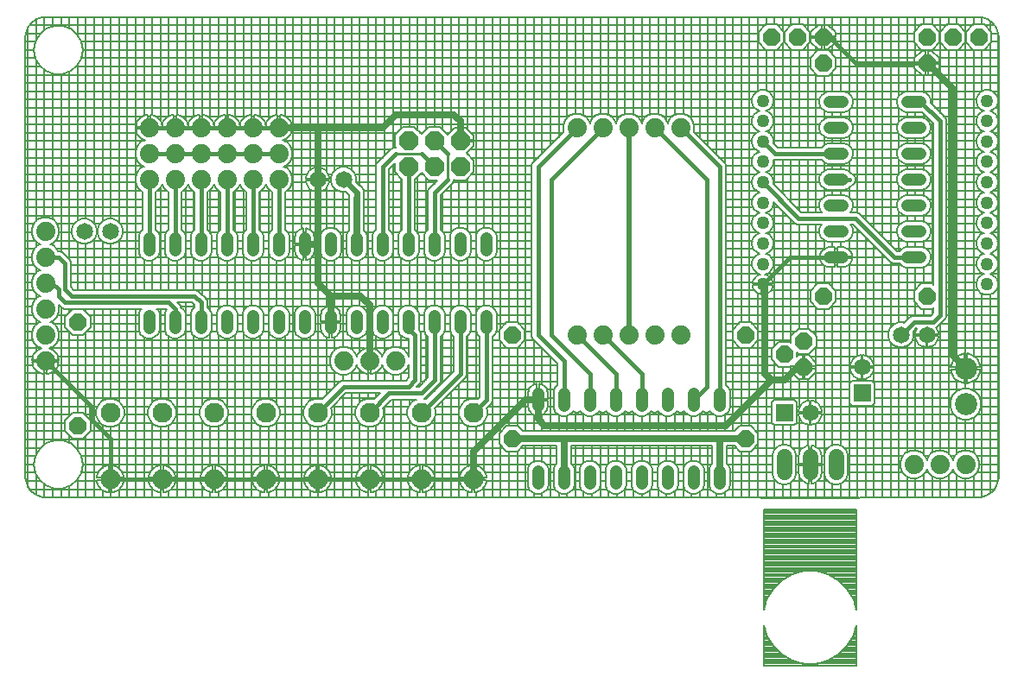
<source format=gbl>
G75*
G70*
%OFA0B0*%
%FSLAX24Y24*%
%IPPOS*%
%LPD*%
%AMOC8*
5,1,8,0,0,1.08239X$1,22.5*
%
%ADD10C,0.0480*%
%ADD11C,0.0740*%
%ADD12OC8,0.0660*%
%ADD13C,0.0600*%
%ADD14C,0.0650*%
%ADD15R,0.0650X0.0650*%
%ADD16C,0.0500*%
%ADD17C,0.0860*%
%ADD18C,0.0768*%
%ADD19OC8,0.0740*%
%ADD20C,0.0250*%
%ADD21C,0.0160*%
%ADD22C,0.0240*%
%ADD23C,0.0080*%
%ADD24C,0.0100*%
%ADD25C,0.0200*%
D10*
X006367Y013400D02*
X006367Y013880D01*
X007367Y013880D02*
X007367Y013400D01*
X008367Y013400D02*
X008367Y013880D01*
X009367Y013880D02*
X009367Y013400D01*
X010367Y013400D02*
X010367Y013880D01*
X011367Y013880D02*
X011367Y013400D01*
X012367Y013400D02*
X012367Y013880D01*
X013367Y013880D02*
X013367Y013400D01*
X014367Y013400D02*
X014367Y013880D01*
X015367Y013880D02*
X015367Y013400D01*
X016367Y013400D02*
X016367Y013880D01*
X017367Y013880D02*
X017367Y013400D01*
X018367Y013400D02*
X018367Y013880D01*
X019367Y013880D02*
X019367Y013400D01*
X021367Y010880D02*
X021367Y010400D01*
X022367Y010400D02*
X022367Y010880D01*
X023367Y010880D02*
X023367Y010400D01*
X024367Y010400D02*
X024367Y010880D01*
X025367Y010880D02*
X025367Y010400D01*
X026367Y010400D02*
X026367Y010880D01*
X027367Y010880D02*
X027367Y010400D01*
X028367Y010400D02*
X028367Y010880D01*
X028367Y007880D02*
X028367Y007400D01*
X027367Y007400D02*
X027367Y007880D01*
X026367Y007880D02*
X026367Y007400D01*
X025367Y007400D02*
X025367Y007880D01*
X024367Y007880D02*
X024367Y007400D01*
X023367Y007400D02*
X023367Y007880D01*
X022367Y007880D02*
X022367Y007400D01*
X021367Y007400D02*
X021367Y007880D01*
X032627Y016140D02*
X033107Y016140D01*
X033107Y017140D02*
X032627Y017140D01*
X032627Y018140D02*
X033107Y018140D01*
X033107Y019140D02*
X032627Y019140D01*
X032627Y020140D02*
X033107Y020140D01*
X033107Y021140D02*
X032627Y021140D01*
X032627Y022140D02*
X033107Y022140D01*
X035627Y022140D02*
X036107Y022140D01*
X036107Y021140D02*
X035627Y021140D01*
X035627Y020140D02*
X036107Y020140D01*
X036107Y019140D02*
X035627Y019140D01*
X035627Y018140D02*
X036107Y018140D01*
X036107Y017140D02*
X035627Y017140D01*
X035627Y016140D02*
X036107Y016140D01*
X019367Y016400D02*
X019367Y016880D01*
X018367Y016880D02*
X018367Y016400D01*
X017367Y016400D02*
X017367Y016880D01*
X016367Y016880D02*
X016367Y016400D01*
X015367Y016400D02*
X015367Y016880D01*
X014367Y016880D02*
X014367Y016400D01*
X013367Y016400D02*
X013367Y016880D01*
X012367Y016880D02*
X012367Y016400D01*
X011367Y016400D02*
X011367Y016880D01*
X010367Y016880D02*
X010367Y016400D01*
X009367Y016400D02*
X009367Y016880D01*
X008367Y016880D02*
X008367Y016400D01*
X007367Y016400D02*
X007367Y016880D01*
X006367Y016880D02*
X006367Y016400D01*
D11*
X006367Y019140D03*
X007367Y019140D03*
X008367Y019140D03*
X009367Y019140D03*
X010367Y019140D03*
X011367Y019140D03*
X011367Y020140D03*
X010367Y020140D03*
X009367Y020140D03*
X008367Y020140D03*
X007367Y020140D03*
X006367Y020140D03*
X006367Y021140D03*
X007367Y021140D03*
X008367Y021140D03*
X009367Y021140D03*
X010367Y021140D03*
X011367Y021140D03*
X002367Y017140D03*
X002367Y016140D03*
X002367Y015140D03*
X002367Y014140D03*
X002367Y013140D03*
X002367Y012140D03*
X013867Y012140D03*
X014867Y012140D03*
X015867Y012140D03*
X022867Y013140D03*
X023867Y013140D03*
X024867Y013140D03*
X025867Y013140D03*
X026867Y013140D03*
X035867Y008140D03*
X036867Y008140D03*
X037867Y008140D03*
X026867Y021140D03*
X025867Y021140D03*
X024867Y021140D03*
X023867Y021140D03*
X022867Y021140D03*
D12*
X030367Y024640D03*
X031367Y024640D03*
X032367Y024640D03*
X032367Y023640D03*
X036367Y023640D03*
X036367Y024640D03*
X037367Y024640D03*
X038367Y024640D03*
X036367Y014640D03*
X032367Y014640D03*
X031617Y012890D03*
X030867Y012390D03*
X031617Y011890D03*
X029367Y013140D03*
X029367Y009140D03*
X020367Y009140D03*
X020367Y013140D03*
X003617Y013640D03*
X003617Y009640D03*
D13*
X030867Y008440D02*
X030867Y007840D01*
X031867Y007840D02*
X031867Y008440D01*
X032867Y008440D02*
X032867Y007840D01*
D14*
X031867Y010140D03*
X033867Y011890D03*
X035367Y013140D03*
X036367Y013140D03*
X013867Y019140D03*
X012867Y019140D03*
X004867Y017140D03*
X003867Y017140D03*
D15*
X030867Y010140D03*
X033867Y010890D03*
D16*
X030036Y015097D03*
X030036Y015884D03*
X030036Y016671D03*
X030036Y017459D03*
X030036Y018246D03*
X030036Y019034D03*
X030036Y019821D03*
X030036Y020609D03*
X030036Y021396D03*
X030036Y022183D03*
X038697Y022183D03*
X038697Y021396D03*
X038697Y020609D03*
X038697Y019821D03*
X038697Y019034D03*
X038697Y018246D03*
X038697Y017459D03*
X038697Y016671D03*
X038697Y015884D03*
X038697Y015097D03*
D17*
X037867Y011849D03*
X037867Y010471D03*
D18*
X018867Y010140D03*
X016867Y010140D03*
X014867Y010140D03*
X012867Y010140D03*
X010867Y010140D03*
X008867Y010140D03*
X006867Y010140D03*
X004867Y010140D03*
X004867Y007581D03*
X006867Y007581D03*
X008867Y007581D03*
X010867Y007581D03*
X012867Y007581D03*
X014867Y007581D03*
X016867Y007581D03*
X018867Y007581D03*
D19*
X018367Y019640D03*
X018367Y020640D03*
X017367Y020640D03*
X016367Y020640D03*
X016367Y019640D03*
X017367Y019640D03*
D20*
X018367Y020640D02*
X018367Y021390D01*
X018117Y021640D01*
X015867Y021640D01*
X015367Y021140D01*
X012867Y021140D01*
X012867Y019140D01*
X012867Y016640D01*
X012367Y016640D01*
X012867Y016640D02*
X012867Y015140D01*
X013367Y014640D01*
X014513Y014640D01*
X014867Y014286D01*
X014867Y012140D01*
X013367Y013640D02*
X013367Y014640D01*
X014367Y016640D02*
X014367Y018390D01*
X012867Y021140D02*
X011367Y021140D01*
X020867Y010640D02*
X021367Y010640D01*
X021367Y009890D01*
X021617Y009640D01*
X028617Y009640D01*
X030367Y011390D01*
X030117Y011640D01*
X030117Y015016D01*
X030036Y015097D01*
X029993Y015140D01*
X031367Y011890D02*
X030867Y011390D01*
X030367Y011390D01*
X031367Y011890D02*
X031617Y011890D01*
X029367Y009140D02*
X028367Y009140D01*
X028367Y007640D01*
X028367Y009140D02*
X022367Y009140D01*
X022367Y007640D01*
X022367Y009140D02*
X020367Y009140D01*
X018867Y008640D02*
X020867Y010640D01*
X018867Y008640D02*
X018867Y007581D01*
X037367Y012349D02*
X037367Y022640D01*
X036367Y023640D01*
X037367Y012349D02*
X037867Y011849D01*
D21*
X035867Y013640D02*
X035367Y013140D01*
X035867Y013640D02*
X036617Y013640D01*
X036867Y013890D01*
X036867Y021390D01*
X036117Y022140D01*
X035867Y022140D01*
X036367Y023640D02*
X033617Y023640D01*
X032617Y024640D01*
X032367Y024640D01*
X028367Y019640D02*
X026867Y021140D01*
X025867Y021140D02*
X027867Y019140D01*
X027867Y011140D01*
X027367Y010640D01*
X028367Y010640D02*
X028367Y019640D01*
X030036Y019034D02*
X031430Y017640D01*
X033617Y017640D01*
X035117Y016140D01*
X035867Y016140D01*
X032867Y016140D02*
X031079Y016140D01*
X030036Y015097D01*
X025367Y011640D02*
X023867Y013140D01*
X022867Y013140D02*
X024367Y011640D01*
X024367Y010640D01*
X023367Y010640D02*
X023367Y011640D01*
X021867Y013140D01*
X021867Y019140D01*
X023867Y021140D01*
X022867Y021140D02*
X021367Y019640D01*
X021367Y013140D01*
X022367Y012140D01*
X022367Y010640D01*
X019367Y010640D02*
X019367Y013640D01*
X018367Y013640D02*
X018367Y011640D01*
X016867Y010140D01*
X016867Y010890D02*
X015617Y010890D01*
X014867Y010140D01*
X013867Y011140D02*
X016367Y011140D01*
X016617Y011390D01*
X016617Y013140D01*
X016367Y013390D01*
X016367Y013640D01*
X017367Y013640D02*
X017367Y011390D01*
X016867Y010890D01*
X018867Y010140D02*
X019367Y010640D01*
X018867Y007581D02*
X016867Y007581D01*
X014867Y007581D01*
X012867Y007581D01*
X010867Y007581D01*
X008867Y007581D01*
X006867Y007581D01*
X004867Y007581D01*
X004867Y009140D01*
X004117Y009890D01*
X004117Y010390D01*
X002367Y012140D01*
X003117Y014390D02*
X002867Y014640D01*
X002867Y014890D01*
X002617Y015140D01*
X002367Y015140D01*
X003117Y014890D02*
X003117Y015890D01*
X002867Y016140D01*
X002367Y016140D01*
X003117Y014890D02*
X003367Y014640D01*
X008117Y014640D01*
X008367Y014390D01*
X008367Y013640D01*
X007367Y013640D02*
X007367Y014140D01*
X007117Y014390D01*
X003117Y014390D01*
X006367Y016640D02*
X006367Y019140D01*
X007367Y019140D02*
X007367Y016640D01*
X008367Y016640D02*
X008367Y019140D01*
X009367Y019140D02*
X009367Y016640D01*
X010367Y016640D02*
X010367Y019140D01*
X011367Y019140D02*
X011367Y016640D01*
X015367Y016640D02*
X015367Y019640D01*
X015867Y020140D01*
X016367Y019640D02*
X016367Y016640D01*
X017367Y016640D02*
X017367Y018640D01*
X017867Y019140D01*
X017367Y019640D02*
X016867Y020140D01*
X017367Y020640D02*
X017867Y020140D01*
X011367Y020140D02*
X010367Y020140D01*
X009367Y020140D01*
X008367Y020140D01*
X007367Y020140D01*
X006367Y020140D01*
X006367Y021140D02*
X007367Y021140D01*
X008367Y021140D01*
X009367Y021140D01*
X010367Y021140D01*
X011367Y021140D01*
X025367Y011640D02*
X025367Y010640D01*
X013867Y011140D02*
X012867Y010140D01*
X030036Y020609D02*
X030504Y020140D01*
X032867Y020140D01*
X032867Y019140D02*
X033367Y019140D01*
D22*
X014367Y018640D02*
X014367Y018390D01*
X014367Y018640D02*
X013867Y019140D01*
D23*
X002246Y006879D02*
X002017Y006954D01*
X001822Y007096D01*
X001681Y007290D01*
X001606Y007520D01*
X001597Y007640D01*
X001597Y024640D01*
X001606Y024760D01*
X001606Y024760D01*
X001681Y024990D01*
X001822Y025184D01*
X002017Y025326D01*
X002246Y025401D01*
X002367Y025410D01*
X038367Y025410D01*
X038487Y025401D01*
X038716Y025326D01*
X038911Y025184D01*
X039053Y024990D01*
X039127Y024760D01*
X039137Y024640D01*
X039137Y007640D01*
X039127Y007520D01*
X039053Y007290D01*
X038911Y007096D01*
X038716Y006954D01*
X038487Y006879D01*
X038367Y006870D01*
X033771Y006870D01*
X033741Y006840D01*
X029992Y006840D01*
X029962Y006870D01*
X002367Y006870D01*
X002246Y006879D01*
X002327Y006873D02*
X002327Y007379D01*
X002394Y007322D02*
X002143Y007533D01*
X002143Y007533D01*
X001979Y007817D01*
X001979Y007817D01*
X001922Y008140D01*
X001597Y008140D01*
X001597Y007820D02*
X001979Y007820D01*
X002007Y007770D02*
X002007Y006961D01*
X001761Y007180D02*
X004527Y007180D01*
X004525Y007181D02*
X004592Y007133D01*
X004666Y007095D01*
X004744Y007070D01*
X004825Y007057D01*
X004827Y007057D01*
X004827Y007541D01*
X004907Y007541D01*
X004907Y007621D01*
X005391Y007621D01*
X005391Y007622D01*
X005378Y007704D01*
X005352Y007782D01*
X005315Y007856D01*
X005266Y007922D01*
X005208Y007981D01*
X005141Y008029D01*
X005068Y008066D01*
X004989Y008092D01*
X004908Y008105D01*
X004907Y008105D01*
X004907Y007621D01*
X004827Y007621D01*
X004827Y008105D01*
X004825Y008105D01*
X004744Y008092D01*
X004666Y008066D01*
X004592Y008029D01*
X004525Y007981D01*
X004467Y007922D01*
X004419Y007856D01*
X004381Y007782D01*
X004356Y007704D01*
X004343Y007622D01*
X004343Y007621D01*
X004827Y007621D01*
X004827Y007541D01*
X004343Y007541D01*
X004343Y007540D01*
X004356Y007458D01*
X004381Y007380D01*
X004419Y007306D01*
X004467Y007240D01*
X004525Y007181D01*
X004567Y007151D02*
X004567Y006870D01*
X004887Y006870D02*
X004887Y007541D01*
X004907Y007541D02*
X004907Y007057D01*
X004908Y007057D01*
X004989Y007070D01*
X005068Y007095D01*
X005141Y007133D01*
X005208Y007181D01*
X005266Y007240D01*
X005315Y007306D01*
X005352Y007380D01*
X005378Y007458D01*
X005391Y007540D01*
X005391Y007541D01*
X004907Y007541D01*
X004907Y007500D02*
X004827Y007500D01*
X004887Y007621D02*
X004887Y009596D01*
X004975Y009596D02*
X005175Y009679D01*
X005328Y009832D01*
X005411Y010032D01*
X005411Y010248D01*
X005328Y010448D01*
X005175Y010601D01*
X004975Y010684D01*
X004758Y010684D01*
X004559Y010601D01*
X004406Y010448D01*
X004323Y010248D01*
X004323Y010032D01*
X004406Y009832D01*
X004559Y009679D01*
X004758Y009596D01*
X004975Y009596D01*
X005207Y009711D02*
X005207Y007981D01*
X005333Y007820D02*
X006401Y007820D01*
X006419Y007856D02*
X006381Y007782D01*
X006356Y007704D01*
X006343Y007622D01*
X006343Y007621D01*
X006827Y007621D01*
X006827Y008105D01*
X006825Y008105D01*
X006744Y008092D01*
X006666Y008066D01*
X006592Y008029D01*
X006525Y007981D01*
X006467Y007922D01*
X006419Y007856D01*
X006487Y007942D02*
X006487Y009751D01*
X006498Y009740D02*
X005236Y009740D01*
X005411Y010060D02*
X006323Y010060D01*
X006323Y010032D02*
X006406Y009832D01*
X006559Y009679D01*
X006758Y009596D01*
X006975Y009596D01*
X007175Y009679D01*
X007328Y009832D01*
X007411Y010032D01*
X007411Y010248D01*
X007328Y010448D01*
X007175Y010601D01*
X006975Y010684D01*
X006758Y010684D01*
X006559Y010601D01*
X006406Y010448D01*
X006323Y010248D01*
X006323Y010032D01*
X006807Y009596D02*
X006807Y008102D01*
X006907Y008105D02*
X006907Y007621D01*
X007391Y007621D01*
X007391Y007622D01*
X007378Y007704D01*
X007352Y007782D01*
X007315Y007856D01*
X007266Y007922D01*
X007208Y007981D01*
X007141Y008029D01*
X007068Y008066D01*
X006989Y008092D01*
X006908Y008105D01*
X006907Y008105D01*
X007127Y008036D02*
X007127Y009659D01*
X007236Y009740D02*
X008498Y009740D01*
X008559Y009679D02*
X008758Y009596D01*
X008975Y009596D01*
X009175Y009679D01*
X009328Y009832D01*
X009411Y010032D01*
X009411Y010248D01*
X009328Y010448D01*
X009175Y010601D01*
X008975Y010684D01*
X008758Y010684D01*
X008559Y010601D01*
X008406Y010448D01*
X008323Y010248D01*
X008323Y010032D01*
X008406Y009832D01*
X008559Y009679D01*
X008727Y009609D02*
X008727Y008086D01*
X008744Y008092D02*
X008666Y008066D01*
X008592Y008029D01*
X008525Y007981D01*
X008467Y007922D01*
X008419Y007856D01*
X008381Y007782D01*
X008356Y007704D01*
X008343Y007622D01*
X008343Y007621D01*
X008827Y007621D01*
X008827Y008105D01*
X008825Y008105D01*
X008744Y008092D01*
X008907Y008105D02*
X008907Y007621D01*
X009391Y007621D01*
X009391Y007622D01*
X009378Y007704D01*
X009352Y007782D01*
X009315Y007856D01*
X009266Y007922D01*
X009208Y007981D01*
X009141Y008029D01*
X009068Y008066D01*
X008989Y008092D01*
X008908Y008105D01*
X008907Y008105D01*
X009047Y008073D02*
X009047Y009626D01*
X009236Y009740D02*
X010498Y009740D01*
X010559Y009679D02*
X010758Y009596D01*
X010975Y009596D01*
X011175Y009679D01*
X011328Y009832D01*
X011411Y010032D01*
X011411Y010248D01*
X011328Y010448D01*
X011175Y010601D01*
X010975Y010684D01*
X010758Y010684D01*
X010559Y010601D01*
X010406Y010448D01*
X010323Y010248D01*
X010323Y010032D01*
X010406Y009832D01*
X010559Y009679D01*
X010647Y009642D02*
X010647Y008057D01*
X010666Y008066D02*
X010592Y008029D01*
X010525Y007981D01*
X010467Y007922D01*
X010419Y007856D01*
X010381Y007782D01*
X010356Y007704D01*
X010343Y007622D01*
X010343Y007621D01*
X010827Y007621D01*
X010827Y008105D01*
X010825Y008105D01*
X010744Y008092D01*
X010666Y008066D01*
X010907Y008105D02*
X010907Y007621D01*
X011391Y007621D01*
X011391Y007622D01*
X011378Y007704D01*
X011352Y007782D01*
X011315Y007856D01*
X011266Y007922D01*
X011208Y007981D01*
X011141Y008029D01*
X011068Y008066D01*
X010989Y008092D01*
X010908Y008105D01*
X010907Y008105D01*
X010967Y008095D02*
X010967Y009596D01*
X011236Y009740D02*
X012498Y009740D01*
X012559Y009679D02*
X012758Y009596D01*
X012975Y009596D01*
X013175Y009679D01*
X013328Y009832D01*
X013411Y010032D01*
X013411Y010248D01*
X013382Y010316D01*
X013966Y010900D01*
X015287Y010900D01*
X015043Y010656D01*
X014975Y010684D01*
X014758Y010684D01*
X014559Y010601D01*
X014406Y010448D01*
X014323Y010248D01*
X014323Y010032D01*
X014406Y009832D01*
X014559Y009679D01*
X014758Y009596D01*
X014975Y009596D01*
X015175Y009679D01*
X015328Y009832D01*
X015411Y010032D01*
X015411Y010248D01*
X015382Y010316D01*
X015716Y010650D01*
X016677Y010650D01*
X016559Y010601D01*
X016406Y010448D01*
X016323Y010248D01*
X016323Y010032D01*
X016406Y009832D01*
X016559Y009679D01*
X016758Y009596D01*
X016975Y009596D01*
X017175Y009679D01*
X017328Y009832D01*
X017411Y010032D01*
X017411Y010248D01*
X017382Y010316D01*
X018503Y011437D01*
X018570Y011504D01*
X018607Y011592D01*
X018607Y013074D01*
X018706Y013173D01*
X018767Y013320D01*
X018767Y013960D01*
X018706Y014107D01*
X018593Y014219D01*
X018446Y014280D01*
X018287Y014280D01*
X018140Y014219D01*
X018028Y014107D01*
X017967Y013960D01*
X017967Y013320D01*
X018028Y013173D01*
X018127Y013074D01*
X018127Y011739D01*
X017043Y010656D01*
X016985Y010679D01*
X017003Y010687D01*
X017503Y011187D01*
X017570Y011254D01*
X017607Y011342D01*
X017607Y013074D01*
X017706Y013173D01*
X017767Y013320D01*
X017767Y013960D01*
X017706Y014107D01*
X017593Y014219D01*
X017446Y014280D01*
X017287Y014280D01*
X017140Y014219D01*
X017028Y014107D01*
X016967Y013960D01*
X016967Y013320D01*
X017028Y013173D01*
X017127Y013074D01*
X017127Y011489D01*
X016767Y011130D01*
X016696Y011130D01*
X016753Y011187D01*
X016820Y011254D01*
X016857Y011342D01*
X016857Y013188D01*
X016820Y013276D01*
X016767Y013329D01*
X016767Y013960D01*
X016706Y014107D01*
X016593Y014219D01*
X016446Y014280D01*
X016287Y014280D01*
X016140Y014219D01*
X016028Y014107D01*
X015967Y013960D01*
X015967Y013320D01*
X016028Y013173D01*
X016140Y013061D01*
X016287Y013000D01*
X016377Y013000D01*
X016377Y012294D01*
X016316Y012440D01*
X016167Y012589D01*
X015972Y012670D01*
X015761Y012670D01*
X015566Y012589D01*
X015417Y012440D01*
X015355Y012289D01*
X015339Y012336D01*
X015303Y012407D01*
X015256Y012472D01*
X015199Y012529D01*
X015134Y012576D01*
X015062Y012613D01*
X014986Y012637D01*
X014907Y012650D01*
X014905Y012650D01*
X014905Y012179D01*
X014828Y012179D01*
X014828Y012650D01*
X014827Y012650D01*
X014747Y012637D01*
X014671Y012613D01*
X014599Y012576D01*
X014534Y012529D01*
X014478Y012472D01*
X014430Y012407D01*
X014394Y012336D01*
X014379Y012289D01*
X014316Y012440D01*
X014167Y012589D01*
X013972Y012670D01*
X013761Y012670D01*
X013566Y012589D01*
X013417Y012440D01*
X013337Y012245D01*
X013337Y012035D01*
X013417Y011840D01*
X013566Y011691D01*
X013761Y011610D01*
X013972Y011610D01*
X014167Y011691D01*
X014316Y011840D01*
X014379Y011991D01*
X014394Y011944D01*
X014430Y011873D01*
X014478Y011808D01*
X014534Y011751D01*
X014599Y011704D01*
X014671Y011667D01*
X014747Y011643D01*
X014827Y011630D01*
X014828Y011630D01*
X014828Y012101D01*
X014905Y012101D01*
X014905Y011630D01*
X014907Y011630D01*
X014986Y011643D01*
X015062Y011667D01*
X015134Y011704D01*
X015199Y011751D01*
X015256Y011808D01*
X015303Y011873D01*
X015339Y011944D01*
X015355Y011991D01*
X015417Y011840D01*
X015566Y011691D01*
X015761Y011610D01*
X015972Y011610D01*
X016167Y011691D01*
X016316Y011840D01*
X016377Y011986D01*
X016377Y011489D01*
X016267Y011380D01*
X013819Y011380D01*
X013731Y011343D01*
X013663Y011276D01*
X013043Y010656D01*
X012975Y010684D01*
X012758Y010684D01*
X012559Y010601D01*
X012406Y010448D01*
X012323Y010248D01*
X012323Y010032D01*
X012406Y009832D01*
X012559Y009679D01*
X012567Y009676D02*
X012567Y008011D01*
X012592Y008029D02*
X012525Y007981D01*
X012467Y007922D01*
X012419Y007856D01*
X012381Y007782D01*
X012356Y007704D01*
X012343Y007622D01*
X012343Y007621D01*
X012827Y007621D01*
X012827Y008105D01*
X012825Y008105D01*
X012744Y008092D01*
X012666Y008066D01*
X012592Y008029D01*
X012401Y007820D02*
X011333Y007820D01*
X011287Y007894D02*
X011287Y009791D01*
X011411Y010060D02*
X012323Y010060D01*
X012887Y009596D02*
X012887Y007621D01*
X012907Y007621D02*
X012827Y007621D01*
X012827Y007541D01*
X012907Y007541D01*
X012907Y007621D01*
X013391Y007621D01*
X013391Y007622D01*
X013378Y007704D01*
X013352Y007782D01*
X013315Y007856D01*
X013266Y007922D01*
X013208Y007981D01*
X013141Y008029D01*
X013068Y008066D01*
X012989Y008092D01*
X012908Y008105D01*
X012907Y008105D01*
X012907Y007621D01*
X012907Y007541D02*
X013391Y007541D01*
X013391Y007540D01*
X013378Y007458D01*
X013352Y007380D01*
X013315Y007306D01*
X013266Y007240D01*
X013208Y007181D01*
X013141Y007133D01*
X013068Y007095D01*
X012989Y007070D01*
X012908Y007057D01*
X012907Y007057D01*
X012907Y007541D01*
X012887Y007541D02*
X012887Y006870D01*
X012827Y007057D02*
X012827Y007541D01*
X012343Y007541D01*
X012343Y007540D01*
X012356Y007458D01*
X012381Y007380D01*
X012419Y007306D01*
X012467Y007240D01*
X012525Y007181D01*
X012592Y007133D01*
X012666Y007095D01*
X012744Y007070D01*
X012825Y007057D01*
X012827Y007057D01*
X012827Y007180D02*
X012907Y007180D01*
X013206Y007180D02*
X014527Y007180D01*
X014525Y007181D02*
X014592Y007133D01*
X014666Y007095D01*
X014744Y007070D01*
X014825Y007057D01*
X014827Y007057D01*
X014827Y007541D01*
X014907Y007541D01*
X014907Y007621D01*
X015391Y007621D01*
X015391Y007622D01*
X015378Y007704D01*
X015352Y007782D01*
X015315Y007856D01*
X015266Y007922D01*
X015208Y007981D01*
X015141Y008029D01*
X015068Y008066D01*
X014989Y008092D01*
X014908Y008105D01*
X014907Y008105D01*
X014907Y007621D01*
X014827Y007621D01*
X014827Y008105D01*
X014825Y008105D01*
X014744Y008092D01*
X014666Y008066D01*
X014592Y008029D01*
X014525Y007981D01*
X014467Y007922D01*
X014419Y007856D01*
X014381Y007782D01*
X014356Y007704D01*
X014343Y007622D01*
X014343Y007621D01*
X014827Y007621D01*
X014827Y007541D01*
X014343Y007541D01*
X014343Y007540D01*
X014356Y007458D01*
X014381Y007380D01*
X014419Y007306D01*
X014467Y007240D01*
X014525Y007181D01*
X014487Y007220D02*
X014487Y006870D01*
X014807Y006870D02*
X014807Y007060D01*
X014907Y007057D02*
X014908Y007057D01*
X014989Y007070D01*
X015068Y007095D01*
X015141Y007133D01*
X015208Y007181D01*
X015266Y007240D01*
X015315Y007306D01*
X015352Y007380D01*
X015378Y007458D01*
X015391Y007540D01*
X015391Y007541D01*
X014907Y007541D01*
X014907Y007057D01*
X014907Y007180D02*
X014827Y007180D01*
X015127Y007125D02*
X015127Y006870D01*
X015447Y006870D02*
X015447Y010381D01*
X015446Y010380D02*
X016377Y010380D01*
X016407Y010449D02*
X016407Y010650D01*
X016087Y010650D02*
X016087Y006870D01*
X016407Y006870D02*
X016407Y007330D01*
X016419Y007306D02*
X016467Y007240D01*
X016525Y007181D01*
X016592Y007133D01*
X016666Y007095D01*
X016744Y007070D01*
X016825Y007057D01*
X016827Y007057D01*
X016827Y007541D01*
X016907Y007541D01*
X016907Y007621D01*
X017391Y007621D01*
X017391Y007622D01*
X017378Y007704D01*
X017352Y007782D01*
X017315Y007856D01*
X017266Y007922D01*
X017208Y007981D01*
X017141Y008029D01*
X017068Y008066D01*
X016989Y008092D01*
X016908Y008105D01*
X016907Y008105D01*
X016907Y007621D01*
X016827Y007621D01*
X016827Y008105D01*
X016825Y008105D01*
X016744Y008092D01*
X016666Y008066D01*
X016592Y008029D01*
X016525Y007981D01*
X016467Y007922D01*
X016419Y007856D01*
X016381Y007782D01*
X016356Y007704D01*
X016343Y007622D01*
X016343Y007621D01*
X016827Y007621D01*
X016827Y007541D01*
X016343Y007541D01*
X016343Y007540D01*
X016356Y007458D01*
X016381Y007380D01*
X016419Y007306D01*
X016527Y007180D02*
X015206Y007180D01*
X015767Y006870D02*
X015767Y010650D01*
X015127Y010739D02*
X015127Y010900D01*
X015087Y010700D02*
X013766Y010700D01*
X013847Y010781D02*
X013847Y006870D01*
X014167Y006870D02*
X014167Y010900D01*
X014487Y010900D02*
X014487Y010529D01*
X014377Y010380D02*
X013446Y010380D01*
X013527Y010461D02*
X013527Y006870D01*
X013207Y006870D02*
X013207Y007180D01*
X013207Y007541D02*
X013207Y007621D01*
X013384Y007500D02*
X014349Y007500D01*
X014487Y007541D02*
X014487Y007621D01*
X014401Y007820D02*
X013333Y007820D01*
X013207Y007981D02*
X013207Y009711D01*
X013236Y009740D02*
X014498Y009740D01*
X014487Y009751D02*
X014487Y007942D01*
X014807Y008102D02*
X014807Y009596D01*
X015127Y009659D02*
X015127Y008036D01*
X015333Y007820D02*
X016401Y007820D01*
X016407Y007832D02*
X016407Y009831D01*
X016498Y009740D02*
X015236Y009740D01*
X015411Y010060D02*
X016323Y010060D01*
X016727Y009609D02*
X016727Y008086D01*
X016827Y007820D02*
X016907Y007820D01*
X017047Y007621D02*
X017047Y007541D01*
X016907Y007541D02*
X017391Y007541D01*
X017391Y007540D01*
X017378Y007458D01*
X017352Y007380D01*
X017315Y007306D01*
X017266Y007240D01*
X017208Y007181D01*
X017141Y007133D01*
X017068Y007095D01*
X016989Y007070D01*
X016908Y007057D01*
X016907Y007057D01*
X016907Y007541D01*
X016907Y007500D02*
X016827Y007500D01*
X016727Y007541D02*
X016727Y007621D01*
X016407Y007621D02*
X016407Y007541D01*
X016349Y007500D02*
X015384Y007500D01*
X015127Y007541D02*
X015127Y007621D01*
X014907Y007500D02*
X014827Y007500D01*
X014807Y007541D02*
X014807Y007621D01*
X014827Y007820D02*
X014907Y007820D01*
X016727Y007076D02*
X016727Y006870D01*
X017047Y006870D02*
X017047Y007089D01*
X016907Y007180D02*
X016827Y007180D01*
X017206Y007180D02*
X018527Y007180D01*
X018525Y007181D02*
X018592Y007133D01*
X018666Y007095D01*
X018744Y007070D01*
X018825Y007057D01*
X018827Y007057D01*
X018827Y007541D01*
X018907Y007541D01*
X018907Y007621D01*
X019391Y007621D01*
X019391Y007622D01*
X019378Y007704D01*
X019352Y007782D01*
X019315Y007856D01*
X019266Y007922D01*
X019208Y007981D01*
X019141Y008029D01*
X019068Y008066D01*
X018989Y008092D01*
X018908Y008105D01*
X018907Y008105D01*
X018907Y007621D01*
X018827Y007621D01*
X018827Y008105D01*
X018825Y008105D01*
X018744Y008092D01*
X018666Y008066D01*
X018592Y008029D01*
X018525Y007981D01*
X018467Y007922D01*
X018419Y007856D01*
X018381Y007782D01*
X018356Y007704D01*
X018343Y007622D01*
X018343Y007621D01*
X018827Y007621D01*
X018827Y007541D01*
X018343Y007541D01*
X018343Y007540D01*
X018356Y007458D01*
X018381Y007380D01*
X018419Y007306D01*
X018467Y007240D01*
X018525Y007181D01*
X018647Y007105D02*
X018647Y006870D01*
X018967Y006870D02*
X018967Y007066D01*
X018989Y007070D02*
X019068Y007095D01*
X019141Y007133D01*
X019208Y007181D01*
X019266Y007240D01*
X019315Y007306D01*
X019352Y007380D01*
X019378Y007458D01*
X019391Y007540D01*
X019391Y007541D01*
X018907Y007541D01*
X018907Y007057D01*
X018908Y007057D01*
X018989Y007070D01*
X018907Y007180D02*
X018827Y007180D01*
X019206Y007180D02*
X021025Y007180D01*
X021028Y007173D02*
X021140Y007061D01*
X021287Y007000D01*
X021446Y007000D01*
X021593Y007061D01*
X021706Y007173D01*
X021767Y007320D01*
X021767Y007960D01*
X021706Y008107D01*
X021593Y008219D01*
X021446Y008280D01*
X021287Y008280D01*
X021140Y008219D01*
X021028Y008107D01*
X020967Y007960D01*
X020967Y007320D01*
X021028Y007173D01*
X021207Y007033D02*
X021207Y006870D01*
X021527Y006870D02*
X021527Y007033D01*
X021708Y007180D02*
X022025Y007180D01*
X022028Y007173D02*
X022140Y007061D01*
X022287Y007000D01*
X022446Y007000D01*
X022593Y007061D01*
X022706Y007173D01*
X022767Y007320D01*
X022767Y007960D01*
X022706Y008107D01*
X022652Y008161D01*
X022652Y008855D01*
X028082Y008855D01*
X028082Y008161D01*
X028028Y008107D01*
X027967Y007960D01*
X027967Y007320D01*
X028028Y007173D01*
X028140Y007061D01*
X028287Y007000D01*
X028446Y007000D01*
X028593Y007061D01*
X028706Y007173D01*
X028767Y007320D01*
X028767Y007960D01*
X028706Y008107D01*
X028652Y008161D01*
X028652Y008855D01*
X028959Y008855D01*
X029164Y008650D01*
X029570Y008650D01*
X029857Y008937D01*
X029857Y009343D01*
X029570Y009630D01*
X029164Y009630D01*
X028959Y009425D01*
X020775Y009425D01*
X020570Y009630D01*
X020164Y009630D01*
X019877Y009343D01*
X019877Y008937D01*
X020164Y008650D01*
X020570Y008650D01*
X020775Y008855D01*
X022082Y008855D01*
X022082Y008161D01*
X022028Y008107D01*
X021967Y007960D01*
X021967Y007320D01*
X022028Y007173D01*
X022167Y007050D02*
X022167Y006870D01*
X022487Y006870D02*
X022487Y007017D01*
X022708Y007180D02*
X023025Y007180D01*
X023028Y007173D02*
X023140Y007061D01*
X023287Y007000D01*
X023446Y007000D01*
X023593Y007061D01*
X023706Y007173D01*
X023767Y007320D01*
X023767Y007960D01*
X023706Y008107D01*
X023593Y008219D01*
X023446Y008280D01*
X023287Y008280D01*
X023140Y008219D01*
X023028Y008107D01*
X022967Y007960D01*
X022967Y007320D01*
X023028Y007173D01*
X023127Y007074D02*
X023127Y006870D01*
X023447Y006870D02*
X023447Y007000D01*
X023708Y007180D02*
X024025Y007180D01*
X024028Y007173D02*
X024140Y007061D01*
X024287Y007000D01*
X024446Y007000D01*
X024593Y007061D01*
X024706Y007173D01*
X024767Y007320D01*
X024767Y007960D01*
X024706Y008107D01*
X024593Y008219D01*
X024446Y008280D01*
X024287Y008280D01*
X024140Y008219D01*
X024028Y008107D01*
X023967Y007960D01*
X023967Y007320D01*
X024028Y007173D01*
X024087Y007114D02*
X024087Y006870D01*
X024407Y006870D02*
X024407Y007000D01*
X024727Y006870D02*
X024727Y007224D01*
X024708Y007180D02*
X025025Y007180D01*
X025028Y007173D02*
X025140Y007061D01*
X025287Y007000D01*
X025446Y007000D01*
X025593Y007061D01*
X025706Y007173D01*
X025767Y007320D01*
X025767Y007960D01*
X025706Y008107D01*
X025593Y008219D01*
X025446Y008280D01*
X025287Y008280D01*
X025140Y008219D01*
X025028Y008107D01*
X024967Y007960D01*
X024967Y007320D01*
X025028Y007173D01*
X025047Y007154D02*
X025047Y006870D01*
X025367Y006870D02*
X025367Y007000D01*
X025687Y006870D02*
X025687Y007154D01*
X025708Y007180D02*
X026025Y007180D01*
X026028Y007173D02*
X026140Y007061D01*
X026287Y007000D01*
X026446Y007000D01*
X026593Y007061D01*
X026706Y007173D01*
X026767Y007320D01*
X026767Y007960D01*
X026706Y008107D01*
X026593Y008219D01*
X026446Y008280D01*
X026287Y008280D01*
X026140Y008219D01*
X026028Y008107D01*
X025967Y007960D01*
X025967Y007320D01*
X026028Y007173D01*
X026007Y007224D02*
X026007Y006870D01*
X026327Y006870D02*
X026327Y007000D01*
X026647Y007114D02*
X026647Y006870D01*
X026708Y007180D02*
X027025Y007180D01*
X027028Y007173D02*
X027140Y007061D01*
X027287Y007000D01*
X027446Y007000D01*
X027593Y007061D01*
X027706Y007173D01*
X027767Y007320D01*
X027767Y007960D01*
X027706Y008107D01*
X027593Y008219D01*
X027446Y008280D01*
X027287Y008280D01*
X027140Y008219D01*
X027028Y008107D01*
X026967Y007960D01*
X026967Y008855D01*
X027287Y008855D02*
X027287Y008280D01*
X027061Y008140D02*
X026672Y008140D01*
X026647Y008166D02*
X026647Y008855D01*
X026327Y008855D02*
X026327Y008280D01*
X026061Y008140D02*
X025672Y008140D01*
X025687Y008126D02*
X025687Y008855D01*
X026007Y008855D02*
X026007Y008056D01*
X025967Y007820D02*
X025767Y007820D01*
X025767Y007500D02*
X025967Y007500D01*
X026767Y007500D02*
X026967Y007500D01*
X026967Y007320D02*
X026967Y006870D01*
X027028Y007173D02*
X026967Y007320D01*
X026967Y007960D01*
X026967Y007820D02*
X026767Y007820D01*
X027607Y008206D02*
X027607Y008855D01*
X027927Y008855D02*
X027927Y006870D01*
X028247Y006870D02*
X028247Y007017D01*
X028025Y007180D02*
X027708Y007180D01*
X027607Y007074D02*
X027607Y006870D01*
X027287Y006870D02*
X027287Y007000D01*
X027767Y007500D02*
X027967Y007500D01*
X027967Y007820D02*
X027767Y007820D01*
X027672Y008140D02*
X028061Y008140D01*
X028082Y008460D02*
X022652Y008460D01*
X022672Y008140D02*
X023061Y008140D01*
X023127Y008206D02*
X023127Y008855D01*
X023447Y008855D02*
X023447Y008280D01*
X023672Y008140D02*
X024061Y008140D01*
X024087Y008166D02*
X024087Y008855D01*
X024407Y008855D02*
X024407Y008280D01*
X024672Y008140D02*
X025061Y008140D01*
X025047Y008126D02*
X025047Y008855D01*
X025367Y008855D02*
X025367Y008280D01*
X024967Y007820D02*
X024767Y007820D01*
X024727Y008056D02*
X024727Y008855D01*
X024727Y009425D02*
X024727Y010191D01*
X024731Y010187D02*
X024819Y010150D01*
X024914Y010150D01*
X025003Y010187D01*
X025016Y010200D01*
X025028Y010173D01*
X025140Y010061D01*
X025287Y010000D01*
X025446Y010000D01*
X025593Y010061D01*
X025706Y010173D01*
X025717Y010200D01*
X025731Y010187D01*
X025819Y010150D01*
X025914Y010150D01*
X026003Y010187D01*
X026016Y010200D01*
X026028Y010173D01*
X026140Y010061D01*
X026287Y010000D01*
X026446Y010000D01*
X026593Y010061D01*
X026706Y010173D01*
X026717Y010200D01*
X026731Y010187D01*
X026819Y010150D01*
X026914Y010150D01*
X027003Y010187D01*
X027016Y010200D01*
X027028Y010173D01*
X027140Y010061D01*
X027287Y010000D01*
X027446Y010000D01*
X027593Y010061D01*
X027706Y010173D01*
X027717Y010200D01*
X027731Y010187D01*
X027819Y010150D01*
X027914Y010150D01*
X028003Y010187D01*
X028016Y010200D01*
X028028Y010173D01*
X028140Y010061D01*
X028287Y010000D01*
X028446Y010000D01*
X028593Y010061D01*
X028706Y010173D01*
X028767Y010320D01*
X028767Y010960D01*
X028706Y011107D01*
X028607Y011206D01*
X028607Y019688D01*
X028570Y019776D01*
X027372Y020974D01*
X027397Y021035D01*
X027397Y021245D01*
X027316Y021440D01*
X027167Y021589D01*
X026972Y021670D01*
X026761Y021670D01*
X026566Y021589D01*
X026417Y021440D01*
X026367Y021318D01*
X026316Y021440D01*
X026167Y021589D01*
X025972Y021670D01*
X025761Y021670D01*
X025566Y021589D01*
X025417Y021440D01*
X025367Y021318D01*
X025367Y025410D01*
X025687Y025410D02*
X025687Y021639D01*
X025557Y021580D02*
X025176Y021580D01*
X025167Y021589D02*
X024972Y021670D01*
X024761Y021670D01*
X024566Y021589D01*
X024417Y021440D01*
X024367Y021318D01*
X024316Y021440D01*
X024167Y021589D01*
X023972Y021670D01*
X023761Y021670D01*
X023566Y021589D01*
X023417Y021440D01*
X023367Y021318D01*
X023316Y021440D01*
X023167Y021589D01*
X022972Y021670D01*
X022761Y021670D01*
X022566Y021589D01*
X022417Y021440D01*
X022337Y021245D01*
X022337Y021035D01*
X022362Y020974D01*
X021231Y019843D01*
X021231Y019843D01*
X021163Y019776D01*
X021127Y019688D01*
X021127Y013092D01*
X021163Y013004D01*
X021231Y012937D01*
X022127Y012041D01*
X022127Y011206D01*
X022028Y011107D01*
X021967Y010960D01*
X021967Y010320D01*
X022028Y010173D01*
X022140Y010061D01*
X022287Y010000D01*
X022446Y010000D01*
X022593Y010061D01*
X022706Y010173D01*
X022717Y010200D01*
X022731Y010187D01*
X022819Y010150D01*
X022914Y010150D01*
X023003Y010187D01*
X023016Y010200D01*
X023028Y010173D01*
X023140Y010061D01*
X023287Y010000D01*
X023446Y010000D01*
X023593Y010061D01*
X023706Y010173D01*
X023717Y010200D01*
X023731Y010187D01*
X023819Y010150D01*
X023914Y010150D01*
X024003Y010187D01*
X024016Y010200D01*
X024028Y010173D01*
X024140Y010061D01*
X024287Y010000D01*
X024446Y010000D01*
X024593Y010061D01*
X024706Y010173D01*
X024717Y010200D01*
X024731Y010187D01*
X024591Y010060D02*
X025142Y010060D01*
X025047Y010154D02*
X025047Y009425D01*
X025367Y009425D02*
X025367Y010000D01*
X025591Y010060D02*
X026142Y010060D01*
X026007Y010191D02*
X026007Y009425D01*
X026327Y009425D02*
X026327Y010000D01*
X026591Y010060D02*
X027142Y010060D01*
X027287Y010000D02*
X027287Y009425D01*
X027607Y009425D02*
X027607Y010074D01*
X027591Y010060D02*
X028142Y010060D01*
X028247Y010017D02*
X028247Y009425D01*
X028567Y009425D02*
X028567Y010050D01*
X028591Y010060D02*
X030382Y010060D01*
X030382Y009749D02*
X030475Y009655D01*
X031258Y009655D01*
X031352Y009749D01*
X031352Y010531D01*
X031258Y010625D01*
X030475Y010625D01*
X030382Y010531D01*
X030382Y009749D01*
X030390Y009740D02*
X019236Y009740D01*
X019287Y009791D02*
X019287Y007894D01*
X019333Y007820D02*
X020967Y007820D01*
X020967Y007500D02*
X019384Y007500D01*
X019287Y007541D02*
X019287Y007621D01*
X018967Y007621D02*
X018967Y007541D01*
X018907Y007500D02*
X018827Y007500D01*
X018647Y007541D02*
X018647Y007621D01*
X018827Y007820D02*
X018907Y007820D01*
X018967Y008095D02*
X018967Y009596D01*
X018975Y009596D02*
X019175Y009679D01*
X019328Y009832D01*
X019411Y010032D01*
X019411Y010248D01*
X019382Y010316D01*
X019503Y010437D01*
X019570Y010504D01*
X019607Y010592D01*
X019607Y013074D01*
X019607Y006870D01*
X019927Y006870D02*
X019927Y008887D01*
X020034Y008780D02*
X003551Y008780D01*
X003590Y008747D02*
X003339Y008958D01*
X003339Y008958D01*
X003031Y009070D01*
X002703Y009070D01*
X002394Y008958D01*
X002143Y008747D01*
X001979Y008463D01*
X001922Y008140D01*
X001922Y008140D01*
X001979Y008460D02*
X001597Y008460D01*
X001979Y008463D02*
X001979Y008463D01*
X002007Y008510D02*
X002007Y011779D01*
X002034Y011751D02*
X002099Y011704D01*
X002171Y011667D01*
X002247Y011643D01*
X002327Y011630D01*
X002327Y012100D01*
X002327Y008901D01*
X002394Y008958D02*
X002394Y008958D01*
X002647Y009050D02*
X002647Y011713D01*
X002634Y011704D02*
X002699Y011751D01*
X002756Y011808D01*
X002803Y011873D01*
X002839Y011944D01*
X002864Y012021D01*
X002877Y012100D01*
X002407Y012100D01*
X002407Y012180D01*
X002877Y012180D01*
X002877Y012180D01*
X002864Y012259D01*
X002839Y012336D01*
X002803Y012407D01*
X002756Y012472D01*
X002699Y012529D01*
X002634Y012576D01*
X002562Y012613D01*
X002515Y012628D01*
X002667Y012691D01*
X002816Y012840D01*
X002897Y013035D01*
X002897Y013245D01*
X002816Y013440D01*
X002667Y013589D01*
X002545Y013640D01*
X002667Y013691D01*
X002816Y013840D01*
X002897Y014035D01*
X002897Y014245D01*
X002879Y014288D01*
X002981Y014187D01*
X003069Y014150D01*
X006071Y014150D01*
X006028Y014107D01*
X005967Y013960D01*
X005967Y013320D01*
X006028Y013173D01*
X006140Y013061D01*
X006287Y013000D01*
X006446Y013000D01*
X006593Y013061D01*
X006706Y013173D01*
X006767Y013320D01*
X006767Y013960D01*
X006706Y014107D01*
X006662Y014150D01*
X007017Y014150D01*
X007044Y014123D01*
X007028Y014107D01*
X006967Y013960D01*
X006967Y013320D01*
X007028Y013173D01*
X007140Y013061D01*
X007287Y013000D01*
X007446Y013000D01*
X007593Y013061D01*
X007706Y013173D01*
X007767Y013320D01*
X007767Y013960D01*
X007706Y014107D01*
X007594Y014218D01*
X007570Y014276D01*
X007446Y014400D01*
X008017Y014400D01*
X008127Y014291D01*
X008127Y014206D01*
X008028Y014107D01*
X007967Y013960D01*
X007967Y013320D01*
X008028Y013173D01*
X008140Y013061D01*
X008287Y013000D01*
X008446Y013000D01*
X008593Y013061D01*
X008706Y013173D01*
X008767Y013320D01*
X008767Y013960D01*
X008706Y014107D01*
X008607Y014206D01*
X008607Y014438D01*
X008570Y014526D01*
X008320Y014776D01*
X008253Y014843D01*
X008164Y014880D01*
X003466Y014880D01*
X003357Y014989D01*
X003357Y015938D01*
X003320Y016026D01*
X003070Y016276D01*
X003003Y016343D01*
X002914Y016380D01*
X002841Y016380D01*
X002816Y016440D01*
X002667Y016589D01*
X002545Y016640D01*
X002667Y016691D01*
X002816Y016840D01*
X002897Y017035D01*
X002897Y017245D01*
X002816Y017440D01*
X002667Y017589D01*
X002472Y017670D01*
X002261Y017670D01*
X002066Y017589D01*
X001917Y017440D01*
X001837Y017245D01*
X001837Y017035D01*
X001917Y016840D01*
X002066Y016691D01*
X002189Y016640D01*
X002066Y016589D01*
X001917Y016440D01*
X001837Y016245D01*
X001837Y016035D01*
X001917Y015840D01*
X002066Y015691D01*
X002189Y015640D01*
X002066Y015589D01*
X001917Y015440D01*
X001837Y015245D01*
X001837Y015035D01*
X001917Y014840D01*
X002066Y014691D01*
X002189Y014640D01*
X002066Y014589D01*
X001917Y014440D01*
X001837Y014245D01*
X001837Y014035D01*
X001917Y013840D01*
X002066Y013691D01*
X002189Y013640D01*
X002066Y013589D01*
X001917Y013440D01*
X001837Y013245D01*
X001837Y013035D01*
X001917Y012840D01*
X002066Y012691D01*
X002218Y012628D01*
X002171Y012613D01*
X002099Y012576D01*
X002034Y012529D01*
X001978Y012472D01*
X001930Y012407D01*
X001894Y012336D01*
X001869Y012259D01*
X001857Y012180D01*
X002327Y012180D01*
X002327Y012100D01*
X002407Y012100D01*
X002407Y011630D01*
X002486Y011643D01*
X002562Y011667D01*
X002634Y011704D01*
X002540Y011660D02*
X013641Y011660D01*
X013527Y011730D02*
X013527Y011139D01*
X013407Y011020D02*
X001597Y011020D01*
X001597Y010700D02*
X013087Y010700D01*
X013207Y010819D02*
X013207Y013055D01*
X013187Y013063D02*
X013256Y013035D01*
X013327Y013021D01*
X013327Y013600D01*
X013407Y013600D01*
X013407Y013680D01*
X013747Y013680D01*
X013747Y013917D01*
X013732Y013991D01*
X013703Y014060D01*
X013662Y014122D01*
X013609Y014175D01*
X013547Y014217D01*
X013478Y014245D01*
X013407Y014259D01*
X013407Y013680D01*
X013327Y013680D01*
X013327Y014259D01*
X013256Y014245D01*
X013187Y014217D01*
X013124Y014175D01*
X013071Y014122D01*
X013030Y014060D01*
X013001Y013991D01*
X012987Y013917D01*
X012987Y013680D01*
X013327Y013680D01*
X013327Y013600D01*
X012987Y013600D01*
X012987Y013363D01*
X013001Y013289D01*
X013030Y013220D01*
X013071Y013158D01*
X013124Y013105D01*
X013187Y013063D01*
X013407Y013021D02*
X013478Y013035D01*
X013547Y013063D01*
X013609Y013105D01*
X013662Y013158D01*
X013703Y013220D01*
X013732Y013289D01*
X013747Y013363D01*
X013747Y013600D01*
X013407Y013600D01*
X013407Y013021D01*
X013527Y013055D02*
X013527Y012550D01*
X013641Y012620D02*
X002540Y012620D01*
X002647Y012567D02*
X002647Y012682D01*
X002857Y012940D02*
X016377Y012940D01*
X016087Y013114D02*
X016087Y012623D01*
X016093Y012620D02*
X016377Y012620D01*
X016374Y012300D02*
X016377Y012300D01*
X016374Y011980D02*
X016377Y011980D01*
X016377Y011660D02*
X016093Y011660D01*
X016087Y011657D02*
X016087Y011380D01*
X015767Y011380D02*
X015767Y011610D01*
X015641Y011660D02*
X015040Y011660D01*
X015127Y011700D02*
X015127Y011380D01*
X015447Y011380D02*
X015447Y011810D01*
X015359Y011980D02*
X015351Y011980D01*
X015351Y012300D02*
X015359Y012300D01*
X015447Y012470D02*
X015447Y013000D01*
X015446Y013000D02*
X015593Y013061D01*
X015706Y013173D01*
X015767Y013320D01*
X015767Y013960D01*
X015706Y014107D01*
X015593Y014219D01*
X015446Y014280D01*
X015287Y014280D01*
X015140Y014219D01*
X015028Y014107D01*
X014967Y013960D01*
X014967Y013320D01*
X015028Y013173D01*
X015140Y013061D01*
X015287Y013000D01*
X015446Y013000D01*
X015127Y013074D02*
X015127Y012580D01*
X015040Y012620D02*
X015641Y012620D01*
X015767Y012670D02*
X015767Y019701D01*
X015726Y019660D02*
X015837Y019660D01*
X015837Y019771D02*
X015837Y019420D01*
X016127Y019130D01*
X016127Y017206D01*
X016028Y017107D01*
X015967Y016960D01*
X015967Y016320D01*
X016028Y016173D01*
X016140Y016061D01*
X016287Y016000D01*
X016446Y016000D01*
X016593Y016061D01*
X016706Y016173D01*
X016767Y016320D01*
X016767Y016960D01*
X016706Y017107D01*
X016607Y017206D01*
X016607Y019130D01*
X016867Y019390D01*
X017147Y019110D01*
X017497Y019110D01*
X017231Y018843D01*
X017231Y018843D01*
X017163Y018776D01*
X017127Y018688D01*
X017127Y017206D01*
X017028Y017107D01*
X016967Y016960D01*
X016967Y016320D01*
X017028Y016173D01*
X017140Y016061D01*
X017287Y016000D01*
X017446Y016000D01*
X017593Y016061D01*
X017706Y016173D01*
X017767Y016320D01*
X017767Y016960D01*
X017706Y017107D01*
X017607Y017206D01*
X017607Y018541D01*
X018070Y019004D01*
X018107Y019092D01*
X018107Y019150D01*
X018147Y019110D01*
X018586Y019110D01*
X018897Y019420D01*
X018897Y019860D01*
X018602Y020154D01*
X018877Y020429D01*
X018877Y020600D01*
X018407Y020600D01*
X018407Y020680D01*
X018877Y020680D01*
X018877Y020851D01*
X018578Y021150D01*
X018407Y021150D01*
X018407Y020680D01*
X018327Y020680D01*
X018327Y025410D01*
X018647Y025410D02*
X018647Y021081D01*
X018788Y020940D02*
X022327Y020940D01*
X022167Y020779D02*
X022167Y025410D01*
X022487Y025410D02*
X022487Y021510D01*
X022557Y021580D02*
X011626Y021580D01*
X011634Y021576D02*
X011562Y021613D01*
X011486Y021637D01*
X011407Y021650D01*
X011407Y021650D01*
X011407Y021180D01*
X011877Y021180D01*
X011877Y021180D01*
X011864Y021259D01*
X011839Y021336D01*
X011803Y021407D01*
X011756Y021472D01*
X011699Y021529D01*
X011634Y021576D01*
X011607Y021590D02*
X011607Y025410D01*
X011927Y025410D02*
X011927Y006870D01*
X012247Y006870D02*
X012247Y013017D01*
X012287Y013000D02*
X012140Y013061D01*
X012028Y013173D01*
X011967Y013320D01*
X011967Y013960D01*
X012028Y014107D01*
X012140Y014219D01*
X012287Y014280D01*
X012446Y014280D01*
X012593Y014219D01*
X012706Y014107D01*
X012767Y013960D01*
X012767Y013320D01*
X012706Y013173D01*
X012593Y013061D01*
X012446Y013000D01*
X012287Y013000D01*
X012567Y013050D02*
X012567Y010604D01*
X012377Y010380D02*
X011356Y010380D01*
X011287Y010489D02*
X011287Y013000D01*
X011446Y013000D01*
X011593Y013061D01*
X011706Y013173D01*
X011767Y013320D01*
X011767Y013960D01*
X011706Y014107D01*
X011593Y014219D01*
X011446Y014280D01*
X011287Y014280D01*
X011140Y014219D01*
X011028Y014107D01*
X010967Y013960D01*
X010967Y016320D01*
X011028Y016173D01*
X011140Y016061D01*
X011287Y016000D01*
X011446Y016000D01*
X011593Y016061D01*
X011706Y016173D01*
X011767Y016320D01*
X011767Y016960D01*
X011706Y017107D01*
X011607Y017206D01*
X011607Y018666D01*
X011667Y018691D01*
X011816Y018840D01*
X011897Y019035D01*
X011897Y019245D01*
X011816Y019440D01*
X011667Y019589D01*
X011545Y019640D01*
X011667Y019691D01*
X011816Y019840D01*
X011897Y020035D01*
X011897Y020245D01*
X011816Y020440D01*
X011667Y020589D01*
X011515Y020652D01*
X011562Y020667D01*
X011634Y020704D01*
X011699Y020751D01*
X011756Y020808D01*
X011803Y020873D01*
X011839Y020944D01*
X011864Y021021D01*
X011877Y021100D01*
X011407Y021100D01*
X011407Y021180D01*
X011327Y021180D01*
X011327Y021650D01*
X011327Y021650D01*
X011247Y021637D01*
X011171Y021613D01*
X011099Y021576D01*
X011034Y021529D01*
X010978Y021472D01*
X010930Y021407D01*
X010894Y021336D01*
X010869Y021259D01*
X010867Y021243D01*
X010864Y021259D01*
X010839Y021336D01*
X010803Y021407D01*
X010756Y021472D01*
X010699Y021529D01*
X010634Y021576D01*
X010562Y021613D01*
X010486Y021637D01*
X010407Y021650D01*
X010407Y021650D01*
X010407Y021180D01*
X011327Y021180D01*
X011327Y021100D01*
X010877Y021100D01*
X010407Y021100D01*
X010407Y021180D01*
X010327Y021180D01*
X010327Y025410D01*
X010647Y025410D02*
X010647Y021567D01*
X010626Y021580D02*
X011107Y021580D01*
X010967Y021457D02*
X010967Y025410D01*
X011287Y025410D02*
X011287Y021644D01*
X011327Y021580D02*
X011407Y021580D01*
X011407Y021260D02*
X011327Y021260D01*
X011287Y021180D02*
X011287Y021100D01*
X011607Y021100D02*
X011607Y021180D01*
X011864Y021260D02*
X022343Y021260D01*
X022807Y021670D02*
X022807Y025410D01*
X023127Y025410D02*
X023127Y021606D01*
X023176Y021580D02*
X023557Y021580D01*
X023447Y021470D02*
X023447Y025410D01*
X023767Y025410D02*
X023767Y021670D01*
X024087Y021623D02*
X024087Y025410D01*
X024407Y025410D02*
X024407Y021414D01*
X024557Y021580D02*
X024176Y021580D01*
X024727Y021656D02*
X024727Y025410D01*
X025047Y025410D02*
X025047Y021639D01*
X025167Y021589D02*
X025316Y021440D01*
X025367Y021318D01*
X026007Y021656D02*
X026007Y025410D01*
X026327Y025410D02*
X026327Y021414D01*
X026176Y021580D02*
X026557Y021580D01*
X026647Y021623D02*
X026647Y025410D01*
X026967Y025410D02*
X026967Y021670D01*
X027176Y021580D02*
X029668Y021580D01*
X029688Y021628D02*
X029626Y021477D01*
X029626Y021314D01*
X029688Y021164D01*
X029804Y021048D01*
X029915Y021002D01*
X029804Y020956D01*
X029688Y020841D01*
X029626Y020690D01*
X029626Y020527D01*
X029688Y020376D01*
X029804Y020261D01*
X029915Y020215D01*
X029804Y020169D01*
X029688Y020053D01*
X029626Y019903D01*
X029626Y019740D01*
X029688Y019589D01*
X029804Y019474D01*
X029915Y019427D01*
X029804Y019381D01*
X029688Y019266D01*
X029626Y019115D01*
X029626Y018952D01*
X029688Y018801D01*
X029804Y018686D01*
X029915Y018640D01*
X029804Y018594D01*
X029688Y018479D01*
X029626Y018328D01*
X029626Y018165D01*
X029688Y018014D01*
X029804Y017899D01*
X029915Y017853D01*
X029804Y017806D01*
X029688Y017691D01*
X029626Y017540D01*
X029626Y017377D01*
X029688Y017227D01*
X029804Y017111D01*
X029915Y017065D01*
X029804Y017019D01*
X029688Y016904D01*
X029626Y016753D01*
X029626Y016590D01*
X029688Y016439D01*
X029804Y016324D01*
X029915Y016278D01*
X029804Y016232D01*
X029688Y016116D01*
X029626Y015966D01*
X029626Y015803D01*
X029688Y015652D01*
X029804Y015537D01*
X029948Y015477D01*
X029922Y015472D01*
X029851Y015442D01*
X029787Y015400D01*
X029733Y015345D01*
X029690Y015281D01*
X029661Y015210D01*
X029646Y015135D01*
X029997Y015135D01*
X029997Y015058D01*
X029646Y015058D01*
X029661Y014983D01*
X029690Y014912D01*
X029733Y014848D01*
X029787Y014794D01*
X029851Y014751D01*
X029922Y014722D01*
X029997Y014707D01*
X029997Y015058D01*
X030075Y015058D01*
X030075Y015135D01*
X030426Y015135D01*
X030411Y015210D01*
X030382Y015281D01*
X030339Y015345D01*
X030285Y015400D01*
X030221Y015442D01*
X030150Y015472D01*
X030124Y015477D01*
X030268Y015537D01*
X030384Y015652D01*
X030446Y015803D01*
X030446Y015966D01*
X030384Y016116D01*
X030268Y016232D01*
X030157Y016278D01*
X030268Y016324D01*
X030384Y016439D01*
X030446Y016590D01*
X030446Y016753D01*
X030384Y016904D01*
X030268Y017019D01*
X030157Y017065D01*
X030268Y017111D01*
X030384Y017227D01*
X030446Y017377D01*
X030446Y017540D01*
X030384Y017691D01*
X030268Y017806D01*
X030157Y017853D01*
X030268Y017899D01*
X030384Y018014D01*
X030446Y018165D01*
X030446Y018284D01*
X031294Y017437D01*
X031382Y017400D01*
X032321Y017400D01*
X032288Y017367D01*
X032227Y017220D01*
X032227Y017060D01*
X032288Y016913D01*
X032400Y016801D01*
X032547Y016740D01*
X033186Y016740D01*
X033333Y016801D01*
X033446Y016913D01*
X033507Y017060D01*
X033507Y017220D01*
X033446Y017367D01*
X033412Y017400D01*
X033517Y017400D01*
X034981Y015937D01*
X035069Y015900D01*
X035301Y015900D01*
X035400Y015801D01*
X035547Y015740D01*
X036186Y015740D01*
X036333Y015801D01*
X036446Y015913D01*
X036507Y016060D01*
X036507Y016220D01*
X036446Y016367D01*
X036333Y016479D01*
X036186Y016540D01*
X035547Y016540D01*
X035400Y016479D01*
X035301Y016380D01*
X035216Y016380D01*
X033820Y017776D01*
X033753Y017843D01*
X033664Y017880D01*
X033412Y017880D01*
X033446Y017913D01*
X033507Y018060D01*
X033506Y018060D02*
X035227Y018060D01*
X035288Y017913D01*
X035400Y017801D01*
X035547Y017740D01*
X033856Y017740D01*
X034007Y017589D02*
X034007Y025410D01*
X034327Y025410D02*
X034327Y017269D01*
X034176Y017420D02*
X035341Y017420D01*
X035288Y017367D02*
X035227Y017220D01*
X035227Y017060D01*
X035288Y016913D01*
X035400Y016801D01*
X035547Y016740D01*
X036186Y016740D01*
X036333Y016801D01*
X036446Y016913D01*
X036507Y017060D01*
X036507Y017220D01*
X036446Y017367D01*
X036333Y017479D01*
X036186Y017540D01*
X035547Y017540D01*
X035400Y017479D01*
X035288Y017367D01*
X035287Y017364D02*
X035287Y017916D01*
X035227Y018060D02*
X035227Y018220D01*
X035288Y018367D01*
X035400Y018479D01*
X035547Y018540D01*
X036186Y018540D01*
X036333Y018479D01*
X036446Y018367D01*
X036507Y018220D01*
X036507Y018060D01*
X036506Y018060D02*
X036627Y018060D01*
X036507Y018060D02*
X036446Y017913D01*
X036333Y017801D01*
X036186Y017740D01*
X036627Y017740D01*
X036627Y017420D02*
X036392Y017420D01*
X036247Y017515D02*
X036247Y017765D01*
X036186Y017740D02*
X035547Y017740D01*
X035607Y017740D02*
X035607Y017540D01*
X035927Y017540D02*
X035927Y017740D01*
X036507Y017100D02*
X036627Y017100D01*
X037107Y017100D02*
X038492Y017100D01*
X038487Y017102D02*
X038487Y017028D01*
X038465Y017019D02*
X038350Y016904D01*
X038287Y016753D01*
X038287Y016590D01*
X038350Y016439D01*
X038465Y016324D01*
X038576Y016278D01*
X038465Y016232D01*
X038350Y016116D01*
X038287Y015966D01*
X038287Y015803D01*
X038350Y015652D01*
X038465Y015537D01*
X038576Y015490D01*
X038465Y015444D01*
X038350Y015329D01*
X038287Y015178D01*
X038287Y015015D01*
X038350Y014864D01*
X038465Y014749D01*
X038616Y014687D01*
X038779Y014687D01*
X038930Y014749D01*
X039045Y014864D01*
X039107Y015015D01*
X039107Y015178D01*
X039045Y015329D01*
X038930Y015444D01*
X038818Y015490D01*
X038930Y015537D01*
X039045Y015652D01*
X039107Y015803D01*
X039107Y015966D01*
X039045Y016116D01*
X038930Y016232D01*
X038818Y016278D01*
X038930Y016324D01*
X039045Y016439D01*
X039107Y016590D01*
X039107Y016753D01*
X039045Y016904D01*
X038930Y017019D01*
X038818Y017065D01*
X038930Y017111D01*
X039045Y017227D01*
X039107Y017377D01*
X039107Y017540D01*
X039045Y017691D01*
X038930Y017806D01*
X038818Y017853D01*
X038930Y017899D01*
X039045Y018014D01*
X039107Y018165D01*
X039107Y018328D01*
X039045Y018479D01*
X038930Y018594D01*
X038818Y018640D01*
X038930Y018686D01*
X039045Y018801D01*
X039107Y018952D01*
X039107Y019115D01*
X039045Y019266D01*
X038930Y019381D01*
X038818Y019427D01*
X038930Y019474D01*
X039045Y019589D01*
X039107Y019740D01*
X039107Y019903D01*
X039045Y020053D01*
X038930Y020169D01*
X038818Y020215D01*
X038930Y020261D01*
X039045Y020376D01*
X039107Y020527D01*
X039107Y020690D01*
X039045Y020841D01*
X038930Y020956D01*
X038818Y021002D01*
X038930Y021048D01*
X039045Y021164D01*
X039107Y021314D01*
X039107Y021477D01*
X039045Y021628D01*
X038930Y021743D01*
X038818Y021790D01*
X038930Y021836D01*
X039045Y021951D01*
X039107Y022102D01*
X039107Y022265D01*
X039045Y022416D01*
X038930Y022531D01*
X038779Y022593D01*
X038616Y022593D01*
X038465Y022531D01*
X038350Y022416D01*
X038287Y022265D01*
X038287Y022102D01*
X038350Y021951D01*
X038465Y021836D01*
X038576Y021790D01*
X038465Y021743D01*
X038350Y021628D01*
X038287Y021477D01*
X038287Y021314D01*
X038350Y021164D01*
X038465Y021048D01*
X038576Y021002D01*
X038465Y020956D01*
X038350Y020841D01*
X038287Y020690D01*
X038287Y020527D01*
X038350Y020376D01*
X038465Y020261D01*
X038576Y020215D01*
X038465Y020169D01*
X038350Y020053D01*
X038287Y019903D01*
X038287Y019740D01*
X038350Y019589D01*
X038465Y019474D01*
X038576Y019427D01*
X038465Y019381D01*
X038350Y019266D01*
X038287Y019115D01*
X038287Y018952D01*
X038350Y018801D01*
X038465Y018686D01*
X038576Y018640D01*
X038465Y018594D01*
X038350Y018479D01*
X038287Y018328D01*
X038287Y018165D01*
X038350Y018014D01*
X038465Y017899D01*
X038576Y017853D01*
X038465Y017806D01*
X038350Y017691D01*
X038287Y017540D01*
X038287Y017377D01*
X038350Y017227D01*
X038465Y017111D01*
X038576Y017065D01*
X038465Y017019D01*
X038299Y016780D02*
X037107Y016780D01*
X037107Y016460D02*
X038341Y016460D01*
X038487Y016315D02*
X038487Y016241D01*
X038373Y016140D02*
X037107Y016140D01*
X037107Y015820D02*
X038287Y015820D01*
X038487Y015528D02*
X038487Y015453D01*
X038553Y015500D02*
X037107Y015500D01*
X036627Y015500D02*
X030180Y015500D01*
X030167Y015494D02*
X030167Y015465D01*
X029892Y015500D02*
X028607Y015500D01*
X028607Y015820D02*
X029626Y015820D01*
X029712Y016140D02*
X028607Y016140D01*
X028607Y016460D02*
X029680Y016460D01*
X029847Y016306D02*
X029847Y016249D01*
X030167Y016274D02*
X030167Y016282D01*
X030360Y016140D02*
X032827Y016140D01*
X032827Y016180D02*
X032827Y016100D01*
X032907Y016100D01*
X032907Y016180D01*
X033486Y016180D01*
X033472Y016251D01*
X033443Y016320D01*
X033402Y016382D01*
X033349Y016435D01*
X033287Y016477D01*
X033218Y016505D01*
X033144Y016520D01*
X032907Y016520D01*
X032907Y016180D01*
X032827Y016180D01*
X032827Y016520D01*
X032589Y016520D01*
X032516Y016505D01*
X032447Y016477D01*
X032384Y016435D01*
X032331Y016382D01*
X032290Y016320D01*
X032261Y016251D01*
X032247Y016180D01*
X032827Y016180D01*
X032827Y016100D02*
X032247Y016100D01*
X032261Y016029D01*
X032290Y015960D01*
X032331Y015898D01*
X032384Y015845D01*
X032447Y015803D01*
X032516Y015775D01*
X032589Y015760D01*
X032827Y015760D01*
X032827Y016100D01*
X032907Y016100D02*
X032907Y015760D01*
X033144Y015760D01*
X033218Y015775D01*
X033287Y015803D01*
X033349Y015845D01*
X033402Y015898D01*
X033443Y015960D01*
X033472Y016029D01*
X033486Y016100D01*
X032907Y016100D01*
X032907Y016140D02*
X034777Y016140D01*
X034647Y016271D02*
X034647Y006870D01*
X034967Y006870D02*
X034967Y012854D01*
X034956Y012865D02*
X035092Y012729D01*
X035270Y012655D01*
X035463Y012655D01*
X035641Y012729D01*
X035778Y012865D01*
X035852Y013044D01*
X035852Y013236D01*
X035837Y013271D01*
X035966Y013400D01*
X035981Y013400D01*
X035969Y013384D01*
X035936Y013318D01*
X035913Y013249D01*
X035902Y013177D01*
X035902Y013169D01*
X036338Y013169D01*
X036338Y013111D01*
X036396Y013111D01*
X036396Y013169D01*
X036832Y013169D01*
X036832Y013177D01*
X036820Y013249D01*
X036798Y013318D01*
X036764Y013384D01*
X036732Y013428D01*
X036753Y013437D01*
X037003Y013687D01*
X037070Y013754D01*
X037107Y013842D01*
X037107Y021438D01*
X037070Y021526D01*
X037003Y021593D01*
X037003Y021593D01*
X036507Y022089D01*
X036507Y022220D01*
X036506Y022220D02*
X038287Y022220D01*
X038487Y022540D02*
X038487Y024150D01*
X038570Y024150D02*
X038857Y024437D01*
X038857Y024843D01*
X038570Y025130D01*
X038164Y025130D01*
X037877Y024843D01*
X037877Y024437D01*
X038164Y024150D01*
X038570Y024150D01*
X038807Y024387D02*
X038807Y022582D01*
X038908Y022540D02*
X039137Y022540D01*
X039137Y022220D02*
X039107Y022220D01*
X038487Y022540D02*
X030246Y022540D01*
X030268Y022531D02*
X030118Y022593D01*
X029954Y022593D01*
X029804Y022531D01*
X029688Y022416D01*
X029626Y022265D01*
X029626Y022102D01*
X029688Y021951D01*
X029804Y021836D01*
X029915Y021790D01*
X029804Y021743D01*
X029688Y021628D01*
X029847Y021761D02*
X029847Y021818D01*
X029739Y021900D02*
X001597Y021900D01*
X001597Y021580D02*
X006107Y021580D01*
X006099Y021576D02*
X006034Y021529D01*
X005978Y021472D01*
X005930Y021407D01*
X005894Y021336D01*
X005869Y021259D01*
X005857Y021180D01*
X006327Y021180D01*
X006327Y021650D01*
X006327Y021650D01*
X006247Y021637D01*
X006171Y021613D01*
X006099Y021576D01*
X006167Y021610D02*
X006167Y025410D01*
X006487Y025410D02*
X006487Y021637D01*
X006486Y021637D02*
X006407Y021650D01*
X006407Y021650D01*
X006407Y021180D01*
X007327Y021180D01*
X007327Y021650D01*
X007327Y021650D01*
X007247Y021637D01*
X007171Y021613D01*
X007099Y021576D01*
X007034Y021529D01*
X006978Y021472D01*
X006930Y021407D01*
X006894Y021336D01*
X006869Y021259D01*
X006867Y021243D01*
X006864Y021259D01*
X006839Y021336D01*
X006803Y021407D01*
X006756Y021472D01*
X006699Y021529D01*
X006634Y021576D01*
X006562Y021613D01*
X006486Y021637D01*
X006407Y021580D02*
X006327Y021580D01*
X006626Y021580D02*
X007107Y021580D01*
X007127Y021590D02*
X007127Y025410D01*
X007447Y025410D02*
X007447Y021644D01*
X007486Y021637D02*
X007407Y021650D01*
X007407Y021650D01*
X007407Y021180D01*
X008327Y021180D01*
X008327Y021650D01*
X008327Y021650D01*
X008247Y021637D01*
X008171Y021613D01*
X008099Y021576D01*
X008034Y021529D01*
X007978Y021472D01*
X007930Y021407D01*
X007894Y021336D01*
X007869Y021259D01*
X007867Y021243D01*
X007864Y021259D01*
X007839Y021336D01*
X007803Y021407D01*
X007756Y021472D01*
X007699Y021529D01*
X007634Y021576D01*
X007562Y021613D01*
X007486Y021637D01*
X007407Y021580D02*
X007327Y021580D01*
X007626Y021580D02*
X008107Y021580D01*
X008087Y021567D02*
X008087Y025410D01*
X008407Y025410D02*
X008407Y021650D01*
X008407Y021650D01*
X008486Y021637D01*
X008562Y021613D01*
X008634Y021576D01*
X008699Y021529D01*
X008756Y021472D01*
X008803Y021407D01*
X008839Y021336D01*
X008864Y021259D01*
X008867Y021243D01*
X008869Y021259D01*
X008894Y021336D01*
X008930Y021407D01*
X008978Y021472D01*
X009034Y021529D01*
X009099Y021576D01*
X009171Y021613D01*
X009247Y021637D01*
X009327Y021650D01*
X009327Y021650D01*
X009327Y021180D01*
X009407Y021180D01*
X010327Y021180D01*
X010327Y021650D01*
X010327Y021650D01*
X010247Y021637D01*
X010171Y021613D01*
X010099Y021576D01*
X010034Y021529D01*
X009978Y021472D01*
X009930Y021407D01*
X009894Y021336D01*
X009869Y021259D01*
X009867Y021243D01*
X009864Y021259D01*
X009839Y021336D01*
X009803Y021407D01*
X009756Y021472D01*
X009699Y021529D01*
X009634Y021576D01*
X009562Y021613D01*
X009486Y021637D01*
X009407Y021650D01*
X009407Y021650D01*
X009407Y021180D01*
X009407Y021100D01*
X009857Y021100D01*
X010327Y021100D01*
X010327Y021180D01*
X010327Y021260D02*
X010407Y021260D01*
X010647Y021180D02*
X010647Y021100D01*
X010864Y021260D02*
X010869Y021260D01*
X010967Y021180D02*
X010967Y021100D01*
X010407Y021580D02*
X010327Y021580D01*
X010107Y021580D02*
X009626Y021580D01*
X009687Y021538D02*
X009687Y025410D01*
X010007Y025410D02*
X010007Y021501D01*
X009869Y021260D02*
X009864Y021260D01*
X010007Y021180D02*
X010007Y021100D01*
X009687Y021100D02*
X009687Y021180D01*
X009407Y021260D02*
X009327Y021260D01*
X009327Y021180D02*
X009327Y021100D01*
X008857Y021100D01*
X008407Y021100D01*
X008407Y021180D01*
X009327Y021180D01*
X009367Y021180D02*
X009367Y025410D01*
X009047Y025410D02*
X009047Y021538D01*
X009107Y021580D02*
X008626Y021580D01*
X008727Y021501D02*
X008727Y025410D01*
X007767Y025410D02*
X007767Y021457D01*
X007864Y021260D02*
X007869Y021260D01*
X007767Y021180D02*
X007767Y021100D01*
X007857Y021100D02*
X008327Y021100D01*
X008327Y021180D01*
X008407Y021180D01*
X008407Y021650D01*
X008407Y021580D02*
X008327Y021580D01*
X008327Y021260D02*
X008407Y021260D01*
X008727Y021180D02*
X008727Y021100D01*
X008864Y021260D02*
X008869Y021260D01*
X009047Y021180D02*
X009047Y021100D01*
X009327Y021580D02*
X009407Y021580D01*
X008087Y021180D02*
X008087Y021100D01*
X007857Y021100D02*
X007407Y021100D01*
X007407Y021180D01*
X007327Y021180D01*
X007327Y021100D01*
X006857Y021100D01*
X006407Y021100D01*
X006407Y021180D01*
X006327Y021180D01*
X006327Y021100D01*
X005857Y021100D01*
X005857Y021100D01*
X005869Y021021D01*
X005894Y020944D01*
X005930Y020873D01*
X005978Y020808D01*
X006034Y020751D01*
X006099Y020704D01*
X006171Y020667D01*
X006218Y020652D01*
X006066Y020589D01*
X005917Y020440D01*
X005837Y020245D01*
X005837Y020035D01*
X005917Y019840D01*
X006066Y019691D01*
X006189Y019640D01*
X006066Y019589D01*
X005917Y019440D01*
X005837Y019245D01*
X005837Y019035D01*
X005917Y018840D01*
X006066Y018691D01*
X006127Y018666D01*
X006127Y017206D01*
X006028Y017107D01*
X005967Y016960D01*
X005967Y016320D01*
X006028Y016173D01*
X006140Y016061D01*
X006287Y016000D01*
X006446Y016000D01*
X006593Y016061D01*
X006706Y016173D01*
X006767Y016320D01*
X006767Y016960D01*
X006706Y017107D01*
X006607Y017206D01*
X006607Y018666D01*
X006667Y018691D01*
X006816Y018840D01*
X006867Y018962D01*
X006917Y018840D01*
X007066Y018691D01*
X007127Y018666D01*
X007127Y017206D01*
X007028Y017107D01*
X006967Y016960D01*
X006967Y016320D01*
X007028Y016173D01*
X007140Y016061D01*
X007287Y016000D01*
X007446Y016000D01*
X007593Y016061D01*
X007706Y016173D01*
X007767Y016320D01*
X007767Y016960D01*
X007706Y017107D01*
X007607Y017206D01*
X007607Y018666D01*
X007667Y018691D01*
X007816Y018840D01*
X007867Y018962D01*
X007917Y018840D01*
X008066Y018691D01*
X008127Y018666D01*
X008127Y017206D01*
X008028Y017107D01*
X007967Y016960D01*
X007967Y016320D01*
X008028Y016173D01*
X008140Y016061D01*
X008287Y016000D01*
X008446Y016000D01*
X008593Y016061D01*
X008706Y016173D01*
X008767Y016320D01*
X008767Y016960D01*
X008706Y017107D01*
X008607Y017206D01*
X008607Y018666D01*
X008667Y018691D01*
X008816Y018840D01*
X008867Y018962D01*
X008917Y018840D01*
X009066Y018691D01*
X009127Y018666D01*
X009127Y017206D01*
X009028Y017107D01*
X008967Y016960D01*
X008967Y016320D01*
X009028Y016173D01*
X009140Y016061D01*
X009287Y016000D01*
X009446Y016000D01*
X009593Y016061D01*
X009706Y016173D01*
X009767Y016320D01*
X009767Y016960D01*
X009706Y017107D01*
X009607Y017206D01*
X009607Y018666D01*
X009667Y018691D01*
X009816Y018840D01*
X009867Y018962D01*
X009917Y018840D01*
X010066Y018691D01*
X010127Y018666D01*
X010127Y017206D01*
X010028Y017107D01*
X009967Y016960D01*
X009967Y016320D01*
X010028Y016173D01*
X010140Y016061D01*
X010287Y016000D01*
X010446Y016000D01*
X010593Y016061D01*
X010706Y016173D01*
X010767Y016320D01*
X010767Y016960D01*
X010706Y017107D01*
X010607Y017206D01*
X010607Y018666D01*
X010667Y018691D01*
X010816Y018840D01*
X010867Y018962D01*
X010917Y018840D01*
X011066Y018691D01*
X011127Y018666D01*
X011127Y017206D01*
X011028Y017107D01*
X010967Y016960D01*
X010967Y018790D01*
X011057Y018700D02*
X010676Y018700D01*
X010647Y018682D02*
X010647Y017166D01*
X010708Y017100D02*
X011025Y017100D01*
X010967Y016960D02*
X010967Y016320D01*
X010967Y016460D02*
X010767Y016460D01*
X010767Y016780D02*
X010967Y016780D01*
X011061Y016140D02*
X010672Y016140D01*
X010647Y016114D02*
X010647Y014166D01*
X010593Y014219D02*
X010446Y014280D01*
X010287Y014280D01*
X010140Y014219D01*
X010028Y014107D01*
X009967Y013960D01*
X009967Y013320D01*
X010028Y013173D01*
X010140Y013061D01*
X010287Y013000D01*
X010446Y013000D01*
X010593Y013061D01*
X010706Y013173D01*
X010767Y013320D01*
X010767Y013960D01*
X010706Y014107D01*
X010593Y014219D01*
X010591Y014220D02*
X011142Y014220D01*
X011287Y014280D02*
X011287Y016000D01*
X011607Y016074D02*
X011607Y014206D01*
X011591Y014220D02*
X012142Y014220D01*
X012247Y014263D02*
X012247Y016038D01*
X012256Y016035D02*
X012187Y016063D01*
X012124Y016105D01*
X012071Y016158D01*
X012030Y016220D01*
X012001Y016289D01*
X011987Y016363D01*
X011987Y016600D01*
X012327Y016600D01*
X012407Y016600D01*
X012407Y016680D01*
X012747Y016680D01*
X012747Y016917D01*
X012732Y016991D01*
X012703Y017060D01*
X012662Y017122D01*
X012609Y017175D01*
X012547Y017217D01*
X012478Y017245D01*
X012407Y017259D01*
X012407Y016680D01*
X012327Y016680D01*
X012327Y017259D01*
X012256Y017245D01*
X012187Y017217D01*
X012124Y017175D01*
X012071Y017122D01*
X012030Y017060D01*
X012001Y016991D01*
X011987Y016917D01*
X011987Y016680D01*
X012327Y016680D01*
X012327Y016600D01*
X012327Y016021D01*
X012256Y016035D01*
X012327Y016140D02*
X012407Y016140D01*
X012407Y016021D02*
X012478Y016035D01*
X012547Y016063D01*
X012609Y016105D01*
X012662Y016158D01*
X012703Y016220D01*
X012732Y016289D01*
X012747Y016363D01*
X012747Y016600D01*
X012407Y016600D01*
X012407Y016021D01*
X012567Y016077D02*
X012567Y014230D01*
X012591Y014220D02*
X013195Y014220D01*
X013207Y014225D02*
X013207Y016033D01*
X013140Y016061D02*
X013287Y016000D01*
X013446Y016000D01*
X013593Y016061D01*
X013706Y016173D01*
X013767Y016320D01*
X013767Y016960D01*
X013706Y017107D01*
X013593Y017219D01*
X013446Y017280D01*
X013287Y017280D01*
X013140Y017219D01*
X013028Y017107D01*
X012967Y016960D01*
X012967Y016320D01*
X013028Y016173D01*
X013140Y016061D01*
X013061Y016140D02*
X012644Y016140D01*
X012747Y016460D02*
X012967Y016460D01*
X012967Y016780D02*
X012747Y016780D01*
X012567Y016680D02*
X012567Y016600D01*
X012407Y016460D02*
X012327Y016460D01*
X012247Y016600D02*
X012247Y016680D01*
X012327Y016780D02*
X012407Y016780D01*
X011987Y016780D02*
X011767Y016780D01*
X011767Y016460D02*
X011987Y016460D01*
X012089Y016140D02*
X011672Y016140D01*
X010327Y016000D02*
X010327Y014280D01*
X010142Y014220D02*
X009591Y014220D01*
X009593Y014219D02*
X009446Y014280D01*
X009287Y014280D01*
X009140Y014219D01*
X009028Y014107D01*
X008967Y013960D01*
X008967Y013320D01*
X009028Y013173D01*
X009140Y013061D01*
X009287Y013000D01*
X009446Y013000D01*
X009593Y013061D01*
X009706Y013173D01*
X009767Y013320D01*
X009767Y013960D01*
X009706Y014107D01*
X009593Y014219D01*
X009687Y014126D02*
X009687Y016154D01*
X009672Y016140D02*
X010061Y016140D01*
X010007Y016224D02*
X010007Y014056D01*
X009967Y013900D02*
X009767Y013900D01*
X009767Y013580D02*
X009967Y013580D01*
X009992Y013260D02*
X009742Y013260D01*
X009687Y013154D02*
X009687Y006870D01*
X010007Y006870D02*
X010007Y013224D01*
X010327Y013000D02*
X010327Y010257D01*
X010377Y010380D02*
X009356Y010380D01*
X009367Y010354D02*
X009367Y013000D01*
X009047Y013154D02*
X009047Y010654D01*
X008727Y010671D02*
X008727Y013224D01*
X008742Y013260D02*
X008992Y013260D01*
X008967Y013580D02*
X008767Y013580D01*
X008767Y013900D02*
X008967Y013900D01*
X009047Y014126D02*
X009047Y016154D01*
X009061Y016140D02*
X008672Y016140D01*
X008727Y016224D02*
X008727Y014056D01*
X008607Y014220D02*
X009142Y014220D01*
X009367Y014280D02*
X009367Y016000D01*
X009767Y016460D02*
X009967Y016460D01*
X009967Y016780D02*
X009767Y016780D01*
X009708Y017100D02*
X010025Y017100D01*
X010007Y017056D02*
X010007Y018750D01*
X010057Y018700D02*
X009676Y018700D01*
X009687Y018710D02*
X009687Y017126D01*
X009607Y017420D02*
X010127Y017420D01*
X010127Y017740D02*
X009607Y017740D01*
X009607Y018060D02*
X010127Y018060D01*
X010607Y018060D02*
X011127Y018060D01*
X011127Y017740D02*
X010607Y017740D01*
X010607Y017420D02*
X011127Y017420D01*
X011607Y017420D02*
X014082Y017420D01*
X014082Y017161D02*
X014028Y017107D01*
X013967Y016960D01*
X013967Y016320D01*
X014028Y016173D01*
X014140Y016061D01*
X014287Y016000D01*
X014446Y016000D01*
X014593Y016061D01*
X014706Y016173D01*
X014767Y016320D01*
X014767Y016960D01*
X014706Y017107D01*
X014652Y017161D01*
X014652Y018447D01*
X014647Y018459D01*
X014647Y018696D01*
X014604Y018799D01*
X014352Y019051D01*
X014352Y019236D01*
X014278Y019415D01*
X014141Y019551D01*
X013963Y019625D01*
X013770Y019625D01*
X013592Y019551D01*
X013456Y019415D01*
X013382Y019236D01*
X013382Y019044D01*
X013456Y018865D01*
X013592Y018729D01*
X013770Y018655D01*
X013956Y018655D01*
X014087Y018524D01*
X014087Y018459D01*
X014082Y018447D01*
X014082Y017161D01*
X014025Y017100D02*
X013708Y017100D01*
X013527Y017247D02*
X013527Y018794D01*
X013662Y018700D02*
X013017Y018700D01*
X013045Y018709D02*
X012976Y018686D01*
X012903Y018675D01*
X012896Y018675D01*
X012896Y019111D01*
X012896Y019169D01*
X013332Y019169D01*
X013332Y019177D01*
X013320Y019249D01*
X013298Y019318D01*
X013264Y019384D01*
X013221Y019443D01*
X013170Y019495D01*
X013110Y019538D01*
X013045Y019571D01*
X012976Y019594D01*
X012903Y019605D01*
X012896Y019605D01*
X012896Y019169D01*
X012838Y019169D01*
X012838Y019605D01*
X012830Y019605D01*
X012758Y019594D01*
X012688Y019571D01*
X012623Y019538D01*
X012564Y019495D01*
X012512Y019443D01*
X012469Y019384D01*
X012436Y019318D01*
X012413Y019249D01*
X012402Y019177D01*
X012402Y019169D01*
X012838Y019169D01*
X012838Y019111D01*
X012896Y019111D01*
X013332Y019111D01*
X013332Y019103D01*
X013320Y019031D01*
X013298Y018962D01*
X013264Y018896D01*
X013221Y018837D01*
X013170Y018785D01*
X013110Y018742D01*
X013045Y018709D01*
X012896Y018700D02*
X012838Y018700D01*
X012838Y018675D02*
X012838Y019111D01*
X012402Y019111D01*
X012402Y019103D01*
X012413Y019031D01*
X012436Y018962D01*
X012469Y018896D01*
X012512Y018837D01*
X012564Y018785D01*
X012623Y018742D01*
X012688Y018709D01*
X012758Y018686D01*
X012830Y018675D01*
X012838Y018675D01*
X012716Y018700D02*
X011676Y018700D01*
X011607Y018666D02*
X011607Y017206D01*
X011708Y017100D02*
X012057Y017100D01*
X012247Y017242D02*
X012247Y025410D01*
X012567Y025410D02*
X012567Y019497D01*
X012447Y019340D02*
X011857Y019340D01*
X011891Y019020D02*
X012417Y019020D01*
X012567Y019111D02*
X012567Y019169D01*
X012838Y019020D02*
X012896Y019020D01*
X012887Y019111D02*
X012887Y010684D01*
X013727Y011340D02*
X001597Y011340D01*
X001597Y011660D02*
X002194Y011660D01*
X002327Y011660D02*
X002407Y011660D01*
X002407Y011630D02*
X002407Y011630D01*
X002327Y011630D02*
X002327Y011630D01*
X002034Y011751D02*
X001978Y011808D01*
X001930Y011873D01*
X001894Y011944D01*
X001869Y012021D01*
X001857Y012100D01*
X001857Y012100D01*
X002327Y012100D01*
X002327Y011980D02*
X002407Y011980D01*
X002647Y012100D02*
X002647Y012180D01*
X002851Y012300D02*
X013359Y012300D01*
X013359Y011980D02*
X002851Y011980D01*
X002877Y012100D02*
X002877Y012100D01*
X002194Y012620D02*
X001597Y012620D01*
X001597Y012300D02*
X001882Y012300D01*
X001857Y012180D02*
X001857Y012180D01*
X002007Y012180D02*
X002007Y012100D01*
X001882Y011980D02*
X001597Y011980D01*
X002007Y012501D02*
X002007Y012750D01*
X001876Y012940D02*
X001597Y012940D01*
X001597Y013260D02*
X001843Y013260D01*
X002007Y013530D02*
X002007Y013750D01*
X002057Y013580D02*
X001597Y013580D01*
X001597Y013900D02*
X001892Y013900D01*
X001837Y014220D02*
X001597Y014220D01*
X001597Y014540D02*
X002017Y014540D01*
X002007Y014530D02*
X002007Y014750D01*
X001909Y014860D02*
X001597Y014860D01*
X001597Y015180D02*
X001837Y015180D01*
X001977Y015500D02*
X001597Y015500D01*
X001597Y015820D02*
X001937Y015820D01*
X002007Y015750D02*
X002007Y015530D01*
X001837Y016140D02*
X001597Y016140D01*
X001597Y016460D02*
X001937Y016460D01*
X002007Y016530D02*
X002007Y016750D01*
X001977Y016780D02*
X001597Y016780D01*
X001597Y017100D02*
X001837Y017100D01*
X001909Y017420D02*
X001597Y017420D01*
X001597Y017740D02*
X006127Y017740D01*
X006127Y017420D02*
X005273Y017420D01*
X005278Y017415D02*
X005141Y017551D01*
X004963Y017625D01*
X004770Y017625D01*
X004592Y017551D01*
X004456Y017415D01*
X004382Y017236D01*
X004382Y017044D01*
X004456Y016865D01*
X004592Y016729D01*
X004770Y016655D01*
X004963Y016655D01*
X005141Y016729D01*
X005278Y016865D01*
X005352Y017044D01*
X005352Y017236D01*
X005278Y017415D01*
X005207Y017486D02*
X005207Y025410D01*
X005527Y025410D02*
X005527Y014880D01*
X005847Y014880D02*
X005847Y019010D01*
X005843Y019020D02*
X001597Y019020D01*
X001597Y018700D02*
X006057Y018700D01*
X006127Y018380D02*
X001597Y018380D01*
X001597Y018060D02*
X006127Y018060D01*
X006607Y018060D02*
X007127Y018060D01*
X007127Y017740D02*
X006607Y017740D01*
X006607Y017420D02*
X007127Y017420D01*
X007025Y017100D02*
X006708Y017100D01*
X006025Y017100D02*
X005352Y017100D01*
X005207Y016794D02*
X005207Y014880D01*
X004887Y014880D02*
X004887Y016655D01*
X005193Y016780D02*
X005967Y016780D01*
X005967Y016460D02*
X002796Y016460D01*
X002967Y016358D02*
X002967Y023210D01*
X003031Y023210D02*
X003339Y023322D01*
X003590Y023533D01*
X003754Y023817D01*
X003811Y024140D01*
X039137Y024140D01*
X039137Y024460D02*
X038857Y024460D01*
X038857Y024780D02*
X039121Y024780D01*
X039127Y024762D02*
X039127Y007518D01*
X039121Y007500D02*
X033177Y007500D01*
X033127Y007450D02*
X033257Y007579D01*
X033327Y007748D01*
X033327Y008531D01*
X033257Y008701D01*
X033127Y008830D01*
X032958Y008900D01*
X032775Y008900D01*
X032606Y008830D01*
X032477Y008701D01*
X032407Y008531D01*
X032407Y014150D01*
X032570Y014150D02*
X032857Y014437D01*
X032857Y014843D01*
X032570Y015130D01*
X032164Y015130D01*
X031877Y014843D01*
X031877Y014437D01*
X032164Y014150D01*
X032570Y014150D01*
X032640Y014220D02*
X036094Y014220D01*
X036164Y014150D02*
X036570Y014150D01*
X036627Y014207D01*
X036627Y013989D01*
X036517Y013880D01*
X035819Y013880D01*
X035731Y013843D01*
X035498Y013611D01*
X035463Y013625D01*
X035270Y013625D01*
X035092Y013551D01*
X034956Y013415D01*
X034882Y013236D01*
X034882Y013044D01*
X034956Y012865D01*
X034925Y012940D02*
X032107Y012940D01*
X032107Y013093D02*
X031820Y013380D01*
X031414Y013380D01*
X031127Y013093D01*
X031127Y017604D01*
X030990Y017740D02*
X030335Y017740D01*
X030167Y017849D02*
X030167Y017857D01*
X030403Y018060D02*
X030670Y018060D01*
X030807Y017924D02*
X030807Y012880D01*
X030664Y012880D02*
X030377Y012593D01*
X030377Y012187D01*
X030664Y011900D01*
X031070Y011900D01*
X031147Y011977D01*
X031147Y011930D01*
X031577Y011930D01*
X031577Y012360D01*
X031422Y012360D01*
X031357Y012295D01*
X031357Y012457D01*
X031414Y012400D01*
X031820Y012400D01*
X032107Y012687D01*
X032107Y013093D01*
X032087Y013113D02*
X032087Y014227D01*
X032094Y014220D02*
X028607Y014220D01*
X028607Y014540D02*
X031877Y014540D01*
X031894Y014860D02*
X030347Y014860D01*
X030339Y014848D02*
X030382Y014912D01*
X030411Y014983D01*
X030426Y015058D01*
X030075Y015058D01*
X030075Y014707D01*
X030150Y014722D01*
X030221Y014751D01*
X030285Y014794D01*
X030339Y014848D01*
X030167Y014729D02*
X030167Y006840D01*
X029972Y006860D02*
X033761Y006860D01*
X033687Y006840D02*
X033687Y010405D01*
X033475Y010405D02*
X033382Y010499D01*
X033382Y011281D01*
X033475Y011375D01*
X034258Y011375D01*
X034352Y011281D01*
X034352Y010499D01*
X034258Y010405D01*
X033475Y010405D01*
X033382Y010700D02*
X028767Y010700D01*
X028767Y010380D02*
X030382Y010380D01*
X030487Y010625D02*
X030487Y012077D01*
X030584Y011980D02*
X028607Y011980D01*
X028607Y011660D02*
X031182Y011660D01*
X031147Y011695D02*
X031422Y011420D01*
X031577Y011420D01*
X031577Y011850D01*
X031657Y011850D01*
X031657Y011930D01*
X032087Y011930D01*
X032087Y012085D01*
X031811Y012360D01*
X031657Y012360D01*
X031657Y011930D01*
X031577Y011930D01*
X031577Y011850D01*
X031147Y011850D01*
X031147Y011695D01*
X031127Y011957D02*
X031127Y010625D01*
X030807Y010625D02*
X030807Y011900D01*
X030377Y012300D02*
X028607Y012300D01*
X028607Y012620D02*
X030404Y012620D01*
X030487Y012703D02*
X030487Y018244D01*
X031029Y018380D02*
X032301Y018380D01*
X032288Y018367D02*
X032227Y018220D01*
X032227Y018060D01*
X031349Y018060D01*
X031447Y017962D02*
X031447Y019900D01*
X031767Y019900D02*
X031767Y017880D01*
X031529Y017880D02*
X030446Y018963D01*
X030446Y019115D01*
X030384Y019266D01*
X030268Y019381D01*
X030157Y019427D01*
X030268Y019474D01*
X030384Y019589D01*
X030446Y019740D01*
X030446Y019903D01*
X030445Y019905D01*
X030457Y019900D01*
X032301Y019900D01*
X032400Y019801D01*
X032547Y019740D01*
X033186Y019740D01*
X033333Y019801D01*
X033446Y019913D01*
X033507Y020060D01*
X033507Y020220D01*
X033446Y020367D01*
X033333Y020479D01*
X033186Y020540D01*
X032547Y020540D01*
X032400Y020479D01*
X032301Y020380D01*
X030604Y020380D01*
X030446Y020538D01*
X030446Y020690D01*
X030384Y020841D01*
X030268Y020956D01*
X030157Y021002D01*
X030268Y021048D01*
X030384Y021164D01*
X030446Y021314D01*
X030446Y021477D01*
X030384Y021628D01*
X030268Y021743D01*
X030157Y021790D01*
X030268Y021836D01*
X030384Y021951D01*
X030446Y022102D01*
X030446Y022265D01*
X030384Y022416D01*
X030268Y022531D01*
X030167Y022573D02*
X030167Y024150D01*
X030164Y024150D02*
X030570Y024150D01*
X030857Y024437D01*
X030857Y024843D01*
X030570Y025130D01*
X030164Y025130D01*
X029877Y024843D01*
X029877Y024437D01*
X030164Y024150D01*
X030487Y024150D02*
X030487Y020497D01*
X030446Y020620D02*
X036627Y020620D01*
X036446Y020367D02*
X036333Y020479D01*
X036186Y020540D01*
X035547Y020540D01*
X035400Y020479D01*
X035288Y020367D01*
X035227Y020220D01*
X035227Y020060D01*
X035288Y019913D01*
X035400Y019801D01*
X035547Y019740D01*
X036186Y019740D01*
X036333Y019801D01*
X036446Y019913D01*
X036507Y020060D01*
X036507Y020220D01*
X036446Y020367D01*
X036473Y020300D02*
X036627Y020300D01*
X036627Y019980D02*
X036473Y019980D01*
X036247Y019765D02*
X036247Y019515D01*
X036186Y019540D02*
X036333Y019479D01*
X036446Y019367D01*
X036507Y019220D01*
X036507Y019060D01*
X036446Y018913D01*
X036333Y018801D01*
X036186Y018740D01*
X035547Y018740D01*
X035400Y018801D01*
X035288Y018913D01*
X035227Y019060D01*
X035227Y019220D01*
X035288Y019367D01*
X035400Y019479D01*
X035547Y019540D01*
X036186Y019540D01*
X035927Y019540D02*
X035927Y019740D01*
X035607Y019740D02*
X035607Y019540D01*
X035287Y019364D02*
X035287Y019916D01*
X035260Y019980D02*
X033473Y019980D01*
X033367Y019834D02*
X033367Y019446D01*
X033333Y019479D02*
X033186Y019540D01*
X032547Y019540D01*
X032400Y019479D01*
X032288Y019367D01*
X032227Y019220D01*
X032227Y019060D01*
X032288Y018913D01*
X032400Y018801D01*
X032547Y018740D01*
X033186Y018740D01*
X033333Y018801D01*
X033445Y018913D01*
X033503Y018937D01*
X033570Y019004D01*
X033607Y019092D01*
X033607Y019188D01*
X033570Y019276D01*
X033503Y019343D01*
X033445Y019367D01*
X033333Y019479D01*
X033506Y019340D02*
X035277Y019340D01*
X035243Y019020D02*
X033577Y019020D01*
X033367Y018834D02*
X033367Y018446D01*
X033333Y018479D02*
X033186Y018540D01*
X032547Y018540D01*
X032400Y018479D01*
X032288Y018367D01*
X032407Y018482D02*
X032407Y018798D01*
X032243Y019020D02*
X030446Y019020D01*
X030487Y018922D02*
X030487Y019900D01*
X030413Y019660D02*
X036627Y019660D01*
X037107Y019660D02*
X038320Y019660D01*
X038487Y019465D02*
X038487Y019390D01*
X038424Y019340D02*
X037107Y019340D01*
X037107Y019020D02*
X038287Y019020D01*
X038451Y018700D02*
X037107Y018700D01*
X037107Y018380D02*
X038309Y018380D01*
X038487Y018603D02*
X038487Y018677D01*
X038944Y018700D02*
X039137Y018700D01*
X039137Y018380D02*
X039086Y018380D01*
X039064Y018060D02*
X039137Y018060D01*
X039137Y017740D02*
X038996Y017740D01*
X039107Y017420D02*
X039137Y017420D01*
X039137Y017100D02*
X038902Y017100D01*
X039096Y016780D02*
X039137Y016780D01*
X039137Y016460D02*
X039054Y016460D01*
X039021Y016140D02*
X039137Y016140D01*
X039137Y015820D02*
X039107Y015820D01*
X039137Y015500D02*
X038841Y015500D01*
X039107Y015180D02*
X039137Y015180D01*
X039137Y014860D02*
X039041Y014860D01*
X038807Y014698D02*
X038807Y007020D01*
X038973Y007180D02*
X028708Y007180D01*
X028567Y007050D02*
X028567Y006870D01*
X028887Y006870D02*
X028887Y008855D01*
X029034Y008780D02*
X028652Y008780D01*
X029207Y008650D02*
X029207Y006870D01*
X029527Y006870D02*
X029527Y008650D01*
X029700Y008780D02*
X030556Y008780D01*
X030606Y008830D02*
X030477Y008701D01*
X030407Y008531D01*
X030407Y007748D01*
X030477Y007579D01*
X030606Y007450D01*
X030775Y007380D01*
X030958Y007380D01*
X031127Y007450D01*
X031257Y007579D01*
X031327Y007748D01*
X031327Y008531D01*
X031257Y008701D01*
X031127Y008830D01*
X030958Y008900D01*
X030775Y008900D01*
X030606Y008830D01*
X030487Y008711D02*
X030487Y009655D01*
X030807Y009655D02*
X030807Y008900D01*
X031127Y008830D02*
X031127Y009655D01*
X031343Y009740D02*
X031627Y009740D01*
X031623Y009742D02*
X031688Y009709D01*
X031758Y009686D01*
X031830Y009675D01*
X031838Y009675D01*
X031838Y010111D01*
X031896Y010111D01*
X031896Y010169D01*
X032332Y010169D01*
X032332Y010177D01*
X032320Y010249D01*
X032298Y010318D01*
X032264Y010384D01*
X032221Y010443D01*
X032170Y010495D01*
X032110Y010538D01*
X032045Y010571D01*
X031976Y010594D01*
X031903Y010605D01*
X031896Y010605D01*
X031896Y010169D01*
X031838Y010169D01*
X031838Y010605D01*
X031830Y010605D01*
X031758Y010594D01*
X031688Y010571D01*
X031623Y010538D01*
X031564Y010495D01*
X031512Y010443D01*
X031469Y010384D01*
X031436Y010318D01*
X031413Y010249D01*
X031402Y010177D01*
X031402Y010169D01*
X031838Y010169D01*
X031838Y010111D01*
X031402Y010111D01*
X031402Y010103D01*
X031413Y010031D01*
X031436Y009962D01*
X031469Y009896D01*
X031512Y009837D01*
X031564Y009785D01*
X031623Y009742D01*
X031767Y009685D02*
X031767Y008870D01*
X031764Y008869D02*
X031698Y008848D01*
X031636Y008816D01*
X031580Y008776D01*
X031531Y008727D01*
X031490Y008671D01*
X031459Y008609D01*
X031438Y008543D01*
X031427Y008475D01*
X031427Y008180D01*
X031827Y008180D01*
X031827Y008879D01*
X031764Y008869D01*
X031827Y008780D02*
X031907Y008780D01*
X031907Y008879D02*
X031907Y008180D01*
X032307Y008180D01*
X032307Y008475D01*
X032296Y008543D01*
X032274Y008609D01*
X032243Y008671D01*
X032202Y008727D01*
X032153Y008776D01*
X032097Y008816D01*
X032036Y008848D01*
X031970Y008869D01*
X031907Y008879D01*
X032087Y008822D02*
X032087Y009730D01*
X032106Y009740D02*
X039137Y009740D01*
X039137Y009420D02*
X029780Y009420D01*
X029847Y009353D02*
X029847Y012927D01*
X029857Y012937D02*
X029570Y012650D01*
X029164Y012650D01*
X028877Y012937D01*
X028877Y013343D01*
X029164Y013630D01*
X029570Y013630D01*
X029857Y013343D01*
X029857Y012937D01*
X029857Y012940D02*
X031127Y012940D01*
X031070Y012880D02*
X030664Y012880D01*
X031070Y012880D02*
X031127Y012823D01*
X031127Y013093D01*
X031294Y013260D02*
X029857Y013260D01*
X029847Y013353D02*
X029847Y014754D01*
X029725Y014860D02*
X028607Y014860D01*
X028607Y015180D02*
X029655Y015180D01*
X029847Y015135D02*
X029847Y015058D01*
X029997Y014860D02*
X030075Y014860D01*
X030167Y015058D02*
X030167Y015135D01*
X030417Y015180D02*
X036627Y015180D01*
X036570Y015130D02*
X036627Y015073D01*
X036627Y021291D01*
X036177Y021740D01*
X035547Y021740D01*
X035400Y021801D01*
X035288Y021913D01*
X035227Y022060D01*
X035227Y022220D01*
X033506Y022220D01*
X033507Y022220D02*
X033446Y022367D01*
X033333Y022479D01*
X033186Y022540D01*
X032547Y022540D01*
X032400Y022479D01*
X032288Y022367D01*
X032227Y022220D01*
X030446Y022220D01*
X030332Y021900D02*
X032301Y021900D01*
X032288Y021913D02*
X032400Y021801D01*
X032547Y021740D01*
X033186Y021740D01*
X033333Y021801D01*
X033446Y021913D01*
X033507Y022060D01*
X033507Y022220D01*
X033367Y022446D02*
X033367Y025410D01*
X033687Y025410D02*
X033687Y017871D01*
X033507Y018060D02*
X033507Y018220D01*
X033446Y018367D01*
X033333Y018479D01*
X033432Y018380D02*
X035301Y018380D01*
X035287Y018364D02*
X035287Y018916D01*
X035607Y018740D02*
X035607Y018540D01*
X035927Y018540D02*
X035927Y018740D01*
X036247Y018765D02*
X036247Y018515D01*
X036432Y018380D02*
X036627Y018380D01*
X036627Y018700D02*
X030709Y018700D01*
X030807Y018602D02*
X030807Y019900D01*
X031127Y019900D02*
X031127Y018282D01*
X031529Y017880D02*
X032321Y017880D01*
X032288Y017913D01*
X032227Y018060D01*
X032087Y017880D02*
X032087Y019900D01*
X032407Y019798D02*
X032407Y019482D01*
X032277Y019340D02*
X030309Y019340D01*
X030167Y019423D02*
X030167Y019431D01*
X029847Y019456D02*
X029847Y019399D01*
X029762Y019340D02*
X028607Y019340D01*
X028607Y019020D02*
X029626Y019020D01*
X029790Y018700D02*
X028607Y018700D01*
X028607Y018380D02*
X029648Y018380D01*
X029847Y018612D02*
X029847Y018668D01*
X029669Y018060D02*
X028607Y018060D01*
X028607Y017740D02*
X029737Y017740D01*
X029847Y017824D02*
X029847Y017881D01*
X029626Y017420D02*
X028607Y017420D01*
X028607Y017100D02*
X029831Y017100D01*
X029847Y017094D02*
X029847Y017037D01*
X030167Y017061D02*
X030167Y017069D01*
X030241Y017100D02*
X032227Y017100D01*
X032087Y017400D02*
X032087Y015053D01*
X032407Y015130D02*
X032407Y015830D01*
X032422Y015820D02*
X030446Y015820D01*
X030392Y016460D02*
X032422Y016460D01*
X032407Y016450D02*
X032407Y016798D01*
X032451Y016780D02*
X030435Y016780D01*
X029637Y016780D02*
X028607Y016780D01*
X029847Y015519D02*
X029847Y015439D01*
X028607Y013900D02*
X036537Y013900D01*
X036567Y013929D02*
X036567Y014150D01*
X036247Y014150D02*
X036247Y013880D01*
X036164Y014150D02*
X035877Y014437D01*
X035877Y014843D01*
X036164Y015130D01*
X036570Y015130D01*
X036567Y015130D02*
X036567Y021351D01*
X036627Y021260D02*
X036490Y021260D01*
X036507Y021220D02*
X036446Y021367D01*
X036333Y021479D01*
X036186Y021540D01*
X035547Y021540D01*
X035400Y021479D01*
X035288Y021367D01*
X035227Y021220D01*
X035227Y021060D01*
X035288Y020913D01*
X035400Y020801D01*
X035547Y020740D01*
X036186Y020740D01*
X036333Y020801D01*
X036446Y020913D01*
X036507Y021060D01*
X036507Y021220D01*
X036457Y020940D02*
X036627Y020940D01*
X036247Y020765D02*
X036247Y020515D01*
X035927Y020540D02*
X035927Y020740D01*
X035607Y020740D02*
X035607Y020540D01*
X035287Y020364D02*
X035287Y020916D01*
X035277Y020940D02*
X033457Y020940D01*
X033446Y020913D02*
X033507Y021060D01*
X033507Y021220D01*
X033446Y021367D01*
X033333Y021479D01*
X033186Y021540D01*
X032547Y021540D01*
X032400Y021479D01*
X032288Y021367D01*
X032227Y021220D01*
X032227Y021060D01*
X032288Y020913D01*
X032400Y020801D01*
X032547Y020740D01*
X033186Y020740D01*
X033333Y020801D01*
X033446Y020913D01*
X033367Y020834D02*
X033367Y020446D01*
X033473Y020300D02*
X035260Y020300D01*
X035243Y021260D02*
X033490Y021260D01*
X033367Y021446D02*
X033367Y021834D01*
X033432Y021900D02*
X035301Y021900D01*
X035287Y021916D02*
X035287Y021364D01*
X035607Y021540D02*
X035607Y021740D01*
X035927Y021740D02*
X035927Y021540D01*
X036247Y021515D02*
X036247Y021671D01*
X036337Y021580D02*
X030403Y021580D01*
X030167Y021786D02*
X030167Y021794D01*
X030423Y021260D02*
X032243Y021260D01*
X032407Y021482D02*
X032407Y021798D01*
X032288Y021913D02*
X032227Y022060D01*
X032227Y022220D01*
X032407Y022482D02*
X032407Y023150D01*
X032570Y023150D02*
X032857Y023437D01*
X032857Y023843D01*
X032570Y024130D01*
X032164Y024130D01*
X031877Y023843D01*
X031877Y023437D01*
X032164Y023150D01*
X032570Y023150D01*
X032600Y023180D02*
X036162Y023180D01*
X036172Y023170D02*
X036327Y023170D01*
X036327Y023600D01*
X036407Y023600D01*
X036407Y023680D01*
X036837Y023680D01*
X036837Y023835D01*
X036561Y024110D01*
X036407Y024110D01*
X036407Y023680D01*
X036327Y023680D01*
X036327Y024110D01*
X036172Y024110D01*
X035897Y023835D01*
X035897Y023680D01*
X036327Y023680D01*
X036327Y023600D01*
X035897Y023600D01*
X035897Y023445D01*
X036172Y023170D01*
X036247Y023170D02*
X036247Y022515D01*
X036186Y022540D02*
X035547Y022540D01*
X035400Y022479D01*
X035288Y022367D01*
X035227Y022220D01*
X035287Y022364D02*
X035287Y025410D01*
X035607Y025410D02*
X035607Y022540D01*
X035927Y022540D02*
X035927Y023415D01*
X035897Y023500D02*
X032857Y023500D01*
X032727Y023307D02*
X032727Y022540D01*
X033047Y022540D02*
X033047Y025410D01*
X032727Y025410D02*
X032727Y024945D01*
X032837Y024835D02*
X032561Y025110D01*
X032407Y025110D01*
X032407Y025410D01*
X032407Y025110D02*
X032407Y024680D01*
X032837Y024680D01*
X032837Y024835D01*
X032837Y024780D02*
X035877Y024780D01*
X035877Y024843D02*
X035877Y024437D01*
X036164Y024150D01*
X036570Y024150D01*
X036857Y024437D01*
X036857Y024843D01*
X036570Y025130D01*
X036164Y025130D01*
X035877Y024843D01*
X035927Y024893D02*
X035927Y025410D01*
X036247Y025410D02*
X036247Y025130D01*
X036134Y025100D02*
X032571Y025100D01*
X032407Y025100D02*
X032327Y025100D01*
X032327Y025110D02*
X032172Y025110D01*
X031897Y024835D01*
X031897Y024680D01*
X032327Y024680D01*
X032327Y025110D01*
X032162Y025100D02*
X031600Y025100D01*
X031570Y025130D02*
X031164Y025130D01*
X030877Y024843D01*
X030877Y024437D01*
X031164Y024150D01*
X031570Y024150D01*
X031857Y024437D01*
X031857Y024843D01*
X031570Y025130D01*
X031447Y025130D02*
X031447Y025410D01*
X031767Y025410D02*
X031767Y024933D01*
X031857Y024780D02*
X031897Y024780D01*
X031897Y024600D02*
X031897Y024445D01*
X032172Y024170D01*
X032327Y024170D01*
X032327Y024600D01*
X032407Y024600D01*
X032407Y024680D01*
X032327Y024680D01*
X032327Y024600D01*
X031897Y024600D01*
X031897Y024460D02*
X031857Y024460D01*
X031767Y024347D02*
X031767Y020380D01*
X032087Y020380D02*
X032087Y023227D01*
X032134Y023180D02*
X001597Y023180D01*
X001597Y022860D02*
X039137Y022860D01*
X039137Y023180D02*
X036571Y023180D01*
X036567Y023175D02*
X036567Y022029D01*
X036696Y021900D02*
X038401Y021900D01*
X038487Y021827D02*
X038487Y021752D01*
X038330Y021580D02*
X037016Y021580D01*
X036887Y021709D02*
X036887Y024427D01*
X036877Y024437D02*
X037164Y024150D01*
X037570Y024150D01*
X037857Y024437D01*
X037857Y024843D01*
X037570Y025130D01*
X037164Y025130D01*
X036877Y024843D01*
X036877Y024437D01*
X036877Y024460D02*
X036857Y024460D01*
X036857Y024780D02*
X036877Y024780D01*
X036887Y024853D02*
X036887Y025410D01*
X037207Y025410D02*
X037207Y025130D01*
X037134Y025100D02*
X036600Y025100D01*
X036567Y025130D02*
X036567Y025410D01*
X037527Y025410D02*
X037527Y025130D01*
X037600Y025100D02*
X038134Y025100D01*
X038167Y025130D02*
X038167Y025410D01*
X038487Y025401D02*
X038487Y025130D01*
X038600Y025100D02*
X038973Y025100D01*
X038807Y025260D02*
X038807Y024893D01*
X037877Y024780D02*
X037857Y024780D01*
X037847Y024853D02*
X037847Y025410D01*
X037857Y024460D02*
X037877Y024460D01*
X037847Y024427D02*
X037847Y011889D01*
X037827Y011889D02*
X037827Y012419D01*
X037822Y012419D01*
X037733Y012405D01*
X037648Y012377D01*
X037568Y012336D01*
X037495Y012283D01*
X037432Y012220D01*
X037379Y012147D01*
X037338Y012067D01*
X037311Y011982D01*
X037297Y011894D01*
X037297Y011889D01*
X037827Y011889D01*
X037907Y011889D01*
X037907Y012419D01*
X037912Y012419D01*
X038000Y012405D01*
X038085Y012377D01*
X038165Y012336D01*
X038238Y012283D01*
X038301Y012220D01*
X038354Y012147D01*
X038395Y012067D01*
X038423Y011982D01*
X038437Y011894D01*
X038437Y011889D01*
X037907Y011889D01*
X037907Y011809D01*
X038437Y011809D01*
X038437Y011804D01*
X038423Y011715D01*
X038395Y011630D01*
X038354Y011550D01*
X038301Y011477D01*
X038238Y011414D01*
X038165Y011361D01*
X038085Y011320D01*
X038000Y011293D01*
X037912Y011279D01*
X037907Y011279D01*
X037907Y011809D01*
X037827Y011809D01*
X037297Y011809D01*
X037297Y011804D01*
X037311Y011715D01*
X037338Y011630D01*
X037379Y011550D01*
X037432Y011477D01*
X037495Y011414D01*
X037568Y011361D01*
X037648Y011320D01*
X037733Y011293D01*
X037822Y011279D01*
X037827Y011279D01*
X037827Y011809D01*
X037827Y011889D01*
X037847Y011809D02*
X037847Y011061D01*
X037749Y011061D02*
X037532Y010971D01*
X037366Y010805D01*
X037277Y010588D01*
X037277Y010353D01*
X037366Y010136D01*
X037532Y009971D01*
X037749Y009881D01*
X037984Y009881D01*
X038201Y009971D01*
X038367Y010136D01*
X038457Y010353D01*
X038457Y010588D01*
X038367Y010805D01*
X038201Y010971D01*
X037984Y011061D01*
X037749Y011061D01*
X037651Y011020D02*
X034352Y011020D01*
X034327Y011306D02*
X034327Y011822D01*
X034332Y011853D02*
X034332Y011861D01*
X033896Y011861D01*
X033896Y011919D01*
X034332Y011919D01*
X034332Y011927D01*
X034320Y011999D01*
X034298Y012068D01*
X034264Y012134D01*
X034221Y012193D01*
X034170Y012245D01*
X034110Y012288D01*
X034045Y012321D01*
X033976Y012344D01*
X033903Y012355D01*
X033896Y012355D01*
X033896Y011919D01*
X033838Y011919D01*
X033838Y012355D01*
X033830Y012355D01*
X033758Y012344D01*
X033688Y012321D01*
X033623Y012288D01*
X033564Y012245D01*
X033512Y012193D01*
X033469Y012134D01*
X033436Y012068D01*
X033413Y011999D01*
X033402Y011927D01*
X033402Y011919D01*
X033838Y011919D01*
X033838Y011861D01*
X033896Y011861D01*
X033896Y011425D01*
X033903Y011425D01*
X033976Y011436D01*
X034045Y011459D01*
X034110Y011492D01*
X034170Y011535D01*
X034221Y011587D01*
X034264Y011646D01*
X034298Y011712D01*
X034320Y011781D01*
X034332Y011853D01*
X034327Y011861D02*
X034327Y011919D01*
X034327Y011958D02*
X034327Y016591D01*
X034457Y016460D02*
X033312Y016460D01*
X033367Y016417D02*
X033367Y016834D01*
X033283Y016780D02*
X034137Y016780D01*
X034007Y016911D02*
X034007Y012333D01*
X034086Y012300D02*
X037518Y012300D01*
X037527Y012306D02*
X037527Y024150D01*
X037207Y024150D02*
X037207Y008550D01*
X037167Y008589D02*
X036972Y008670D01*
X036761Y008670D01*
X036566Y008589D01*
X036417Y008440D01*
X036367Y008318D01*
X036316Y008440D01*
X036167Y008589D01*
X035972Y008670D01*
X035761Y008670D01*
X035566Y008589D01*
X035417Y008440D01*
X035337Y008245D01*
X035337Y008035D01*
X035417Y007840D01*
X035566Y007691D01*
X035761Y007610D01*
X035972Y007610D01*
X036167Y007691D01*
X036316Y007840D01*
X036367Y007962D01*
X036417Y007840D01*
X036566Y007691D01*
X036761Y007610D01*
X036972Y007610D01*
X037167Y007691D01*
X037316Y007840D01*
X037367Y007962D01*
X037417Y007840D01*
X037566Y007691D01*
X037761Y007610D01*
X037972Y007610D01*
X038167Y007691D01*
X038316Y007840D01*
X038397Y008035D01*
X038397Y008245D01*
X038316Y008440D01*
X038167Y008589D01*
X037972Y008670D01*
X037761Y008670D01*
X037566Y008589D01*
X037417Y008440D01*
X037367Y008318D01*
X037316Y008440D01*
X037167Y008589D01*
X037296Y008460D02*
X037437Y008460D01*
X037527Y008550D02*
X037527Y009976D01*
X037443Y010060D02*
X032325Y010060D01*
X032320Y010031D02*
X032332Y010103D01*
X032332Y010111D01*
X031896Y010111D01*
X031896Y009675D01*
X031903Y009675D01*
X031976Y009686D01*
X032045Y009709D01*
X032110Y009742D01*
X032170Y009785D01*
X032221Y009837D01*
X032264Y009896D01*
X032298Y009962D01*
X032320Y010031D01*
X032087Y010111D02*
X032087Y010169D01*
X031896Y010060D02*
X031838Y010060D01*
X031767Y010111D02*
X031767Y010169D01*
X031838Y010380D02*
X031896Y010380D01*
X031767Y010595D02*
X031767Y011420D01*
X031811Y011420D02*
X032087Y011695D01*
X032087Y011850D01*
X031657Y011850D01*
X031657Y011420D01*
X031811Y011420D01*
X031657Y011660D02*
X031577Y011660D01*
X031447Y011850D02*
X031447Y011930D01*
X031577Y011980D02*
X031657Y011980D01*
X031767Y011930D02*
X031767Y011850D01*
X032051Y011660D02*
X033462Y011660D01*
X033469Y011646D02*
X033512Y011587D01*
X033564Y011535D01*
X033623Y011492D01*
X033688Y011459D01*
X033758Y011436D01*
X033830Y011425D01*
X033838Y011425D01*
X033838Y011861D01*
X033402Y011861D01*
X033402Y011853D01*
X033413Y011781D01*
X033436Y011712D01*
X033469Y011646D01*
X033687Y011460D02*
X033687Y011375D01*
X033440Y011340D02*
X028607Y011340D01*
X028742Y011020D02*
X033382Y011020D01*
X034007Y011375D02*
X034007Y011447D01*
X033896Y011660D02*
X033838Y011660D01*
X033687Y011861D02*
X033687Y011919D01*
X033838Y011980D02*
X033896Y011980D01*
X034007Y011919D02*
X034007Y011861D01*
X034271Y011660D02*
X037329Y011660D01*
X037527Y011809D02*
X037527Y011889D01*
X037310Y011980D02*
X034323Y011980D01*
X033896Y012300D02*
X033838Y012300D01*
X033687Y012320D02*
X033687Y017231D01*
X033817Y017100D02*
X033507Y017100D01*
X033047Y016740D02*
X033047Y016520D01*
X032907Y016460D02*
X032827Y016460D01*
X032727Y016520D02*
X032727Y016740D01*
X032727Y016180D02*
X032727Y016100D01*
X032827Y015820D02*
X032907Y015820D01*
X033047Y015760D02*
X033047Y008863D01*
X033177Y008780D02*
X039137Y008780D01*
X039137Y009100D02*
X029857Y009100D01*
X029847Y008927D02*
X029847Y006870D01*
X030097Y006390D02*
X030097Y002550D01*
X030199Y002931D01*
X030434Y003339D01*
X030768Y003672D01*
X030768Y003673D02*
X030097Y003673D01*
X030097Y003751D02*
X030904Y003751D01*
X031040Y003830D02*
X030097Y003830D01*
X030097Y003908D02*
X031176Y003908D01*
X030768Y003672D01*
X030689Y003594D02*
X030097Y003594D01*
X030097Y003516D02*
X030611Y003516D01*
X030532Y003437D02*
X030097Y003437D01*
X030097Y003359D02*
X030454Y003359D01*
X030400Y003280D02*
X030097Y003280D01*
X030097Y003202D02*
X030355Y003202D01*
X030310Y003123D02*
X030097Y003123D01*
X030097Y003045D02*
X030264Y003045D01*
X030219Y002966D02*
X030097Y002966D01*
X030097Y002888D02*
X030187Y002888D01*
X030166Y002809D02*
X030097Y002809D01*
X030097Y002731D02*
X030145Y002731D01*
X030124Y002652D02*
X030097Y002652D01*
X030097Y002574D02*
X030103Y002574D01*
X030097Y001930D02*
X030199Y001549D01*
X030434Y001141D01*
X030768Y000808D01*
X031176Y000572D01*
X031631Y000450D01*
X032102Y000450D01*
X032558Y000572D01*
X032966Y000808D01*
X033299Y001141D01*
X033535Y001549D01*
X033637Y001930D01*
X033637Y000370D01*
X030097Y000370D01*
X030097Y001930D01*
X030097Y001867D02*
X030113Y001867D01*
X030097Y001789D02*
X030134Y001789D01*
X030156Y001710D02*
X030097Y001710D01*
X030097Y001632D02*
X030177Y001632D01*
X030198Y001553D02*
X030097Y001553D01*
X030097Y001475D02*
X030242Y001475D01*
X030287Y001396D02*
X030097Y001396D01*
X030097Y001318D02*
X030332Y001318D01*
X030378Y001239D02*
X030097Y001239D01*
X030097Y001161D02*
X030423Y001161D01*
X030493Y001082D02*
X030097Y001082D01*
X030097Y001004D02*
X030572Y001004D01*
X030650Y000925D02*
X030097Y000925D01*
X030097Y000847D02*
X030729Y000847D01*
X030836Y000768D02*
X030097Y000768D01*
X030097Y000690D02*
X030972Y000690D01*
X031108Y000611D02*
X030097Y000611D01*
X030097Y000533D02*
X031323Y000533D01*
X031616Y000454D02*
X030097Y000454D01*
X030097Y000376D02*
X033637Y000376D01*
X033637Y000454D02*
X032117Y000454D01*
X032410Y000533D02*
X033637Y000533D01*
X033637Y000611D02*
X032625Y000611D01*
X032761Y000690D02*
X033637Y000690D01*
X033637Y000768D02*
X032897Y000768D01*
X033005Y000847D02*
X033637Y000847D01*
X033637Y000925D02*
X033083Y000925D01*
X033162Y001004D02*
X033637Y001004D01*
X033637Y001082D02*
X033240Y001082D01*
X033310Y001161D02*
X033637Y001161D01*
X033637Y001239D02*
X033356Y001239D01*
X033401Y001318D02*
X033637Y001318D01*
X033637Y001396D02*
X033446Y001396D01*
X033492Y001475D02*
X033637Y001475D01*
X033637Y001553D02*
X033536Y001553D01*
X033557Y001632D02*
X033637Y001632D01*
X033637Y001710D02*
X033578Y001710D01*
X033599Y001789D02*
X033637Y001789D01*
X033637Y001867D02*
X033620Y001867D01*
X033637Y002550D02*
X033535Y002931D01*
X033299Y003339D01*
X032966Y003672D01*
X032558Y003908D01*
X033637Y003908D01*
X033637Y003830D02*
X032694Y003830D01*
X032830Y003751D02*
X033637Y003751D01*
X033637Y003673D02*
X032965Y003673D01*
X033044Y003594D02*
X033637Y003594D01*
X033637Y003516D02*
X033123Y003516D01*
X033201Y003437D02*
X033637Y003437D01*
X033637Y003359D02*
X033280Y003359D01*
X033333Y003280D02*
X033637Y003280D01*
X033637Y003202D02*
X033378Y003202D01*
X033424Y003123D02*
X033637Y003123D01*
X033637Y003045D02*
X033469Y003045D01*
X033514Y002966D02*
X033637Y002966D01*
X033637Y002888D02*
X033546Y002888D01*
X033567Y002809D02*
X033637Y002809D01*
X033637Y002731D02*
X033588Y002731D01*
X033609Y002652D02*
X033637Y002652D01*
X033630Y002574D02*
X033637Y002574D01*
X033637Y002550D02*
X033637Y006390D01*
X030097Y006390D01*
X030097Y006342D02*
X033637Y006342D01*
X033637Y006263D02*
X030097Y006263D01*
X030097Y006185D02*
X033637Y006185D01*
X033637Y006106D02*
X030097Y006106D01*
X030097Y006028D02*
X033637Y006028D01*
X033637Y005949D02*
X030097Y005949D01*
X030097Y005871D02*
X033637Y005871D01*
X033637Y005792D02*
X030097Y005792D01*
X030097Y005714D02*
X033637Y005714D01*
X033637Y005635D02*
X030097Y005635D01*
X030097Y005557D02*
X033637Y005557D01*
X033637Y005478D02*
X030097Y005478D01*
X030097Y005400D02*
X033637Y005400D01*
X033637Y005321D02*
X030097Y005321D01*
X030097Y005243D02*
X033637Y005243D01*
X033637Y005164D02*
X030097Y005164D01*
X030097Y005086D02*
X033637Y005086D01*
X033637Y005007D02*
X030097Y005007D01*
X030097Y004929D02*
X033637Y004929D01*
X033637Y004850D02*
X030097Y004850D01*
X030097Y004772D02*
X033637Y004772D01*
X033637Y004693D02*
X030097Y004693D01*
X030097Y004615D02*
X033637Y004615D01*
X033637Y004536D02*
X030097Y004536D01*
X030097Y004458D02*
X033637Y004458D01*
X033637Y004379D02*
X030097Y004379D01*
X030097Y004301D02*
X033637Y004301D01*
X033637Y004222D02*
X030097Y004222D01*
X030097Y004144D02*
X033637Y004144D01*
X033637Y004065D02*
X030097Y004065D01*
X030097Y003987D02*
X031469Y003987D01*
X031631Y004030D02*
X031176Y003908D01*
X031631Y004030D02*
X032102Y004030D01*
X032558Y003908D01*
X032265Y003987D02*
X033637Y003987D01*
X033367Y006840D02*
X033367Y015863D01*
X033312Y015820D02*
X035381Y015820D01*
X035287Y015900D02*
X035287Y013625D01*
X035162Y013580D02*
X029620Y013580D01*
X029527Y013630D02*
X029527Y025410D01*
X029847Y025410D02*
X029847Y022549D01*
X029826Y022540D02*
X001597Y022540D01*
X001597Y022220D02*
X029626Y022220D01*
X029648Y021260D02*
X027391Y021260D01*
X027287Y021470D02*
X027287Y025410D01*
X027607Y025410D02*
X027607Y020739D01*
X027726Y020620D02*
X029626Y020620D01*
X029765Y020300D02*
X028046Y020300D01*
X027927Y020419D02*
X027927Y025410D01*
X028247Y025410D02*
X028247Y020099D01*
X028366Y019980D02*
X029658Y019980D01*
X029847Y020186D02*
X029847Y020243D01*
X029659Y019660D02*
X028607Y019660D01*
X028567Y019779D02*
X028567Y025410D01*
X028887Y025410D02*
X028887Y013353D01*
X028877Y013260D02*
X028607Y013260D01*
X028607Y012940D02*
X028877Y012940D01*
X028887Y012927D02*
X028887Y009425D01*
X029207Y009630D02*
X029207Y012650D01*
X029527Y012650D02*
X029527Y009630D01*
X028082Y008780D02*
X022652Y008780D01*
X022807Y008855D02*
X022807Y006870D01*
X021847Y006870D02*
X021847Y008855D01*
X022082Y008780D02*
X020700Y008780D01*
X020567Y008650D02*
X020567Y006870D01*
X020887Y006870D02*
X020887Y008855D01*
X021207Y008855D02*
X021207Y008247D01*
X021061Y008140D02*
X003811Y008140D01*
X003754Y008463D01*
X003590Y008747D01*
X003590Y008747D01*
X003607Y008718D02*
X003607Y009150D01*
X003414Y009150D02*
X003820Y009150D01*
X004107Y009437D01*
X004107Y009843D01*
X003820Y010130D01*
X003414Y010130D01*
X003127Y009843D01*
X003127Y009437D01*
X003414Y009150D01*
X003287Y009277D02*
X003287Y008977D01*
X002967Y009070D02*
X002967Y014201D01*
X002947Y014220D02*
X002897Y014220D01*
X003287Y014150D02*
X003287Y014003D01*
X003184Y013900D02*
X002841Y013900D01*
X003127Y013843D02*
X003127Y013437D01*
X003414Y013150D01*
X003820Y013150D01*
X004107Y013437D01*
X004107Y013843D01*
X003820Y014130D01*
X003414Y014130D01*
X003127Y013843D01*
X003127Y013580D02*
X002676Y013580D01*
X002647Y013598D02*
X002647Y013682D01*
X002891Y013260D02*
X003304Y013260D01*
X003287Y013277D02*
X003287Y010003D01*
X003344Y010060D02*
X001597Y010060D01*
X001597Y009740D02*
X003127Y009740D01*
X003144Y009420D02*
X001597Y009420D01*
X001597Y009100D02*
X019877Y009100D01*
X019927Y009393D02*
X019927Y012887D01*
X019877Y012937D02*
X020164Y012650D01*
X020570Y012650D01*
X020857Y012937D01*
X020857Y013343D01*
X020570Y013630D01*
X020164Y013630D01*
X019877Y013343D01*
X019877Y012937D01*
X019877Y012940D02*
X019607Y012940D01*
X019607Y013074D02*
X019706Y013173D01*
X019767Y013320D01*
X019767Y013960D01*
X019706Y014107D01*
X019593Y014219D01*
X019446Y014280D01*
X019287Y014280D01*
X019140Y014219D01*
X019028Y014107D01*
X018967Y013960D01*
X018967Y016320D01*
X019028Y016173D01*
X019140Y016061D01*
X019287Y016000D01*
X019446Y016000D01*
X019593Y016061D01*
X019706Y016173D01*
X019767Y016320D01*
X019767Y016960D01*
X019706Y017107D01*
X019593Y017219D01*
X019446Y017280D01*
X019287Y017280D01*
X019140Y017219D01*
X019028Y017107D01*
X018967Y016960D01*
X018967Y025410D01*
X019287Y025410D02*
X019287Y017280D01*
X019025Y017100D02*
X018708Y017100D01*
X018706Y017107D02*
X018593Y017219D01*
X018446Y017280D01*
X018287Y017280D01*
X018140Y017219D01*
X018028Y017107D01*
X017967Y016960D01*
X017967Y016320D01*
X018028Y016173D01*
X018140Y016061D01*
X018287Y016000D01*
X018446Y016000D01*
X018593Y016061D01*
X018706Y016173D01*
X018767Y016320D01*
X018767Y016960D01*
X018706Y017107D01*
X018647Y017166D02*
X018647Y019170D01*
X018816Y019340D02*
X021127Y019340D01*
X021127Y019020D02*
X018077Y019020D01*
X018007Y018941D02*
X018007Y017056D01*
X018025Y017100D02*
X017708Y017100D01*
X017687Y017126D02*
X017687Y018621D01*
X017766Y018700D02*
X021127Y018700D01*
X021127Y018380D02*
X017607Y018380D01*
X017127Y018380D02*
X016607Y018380D01*
X016607Y018700D02*
X017132Y018700D01*
X017367Y018979D02*
X017367Y019110D01*
X017407Y019020D02*
X016607Y019020D01*
X016727Y019250D02*
X016727Y017056D01*
X016708Y017100D02*
X017025Y017100D01*
X017047Y017126D02*
X017047Y019210D01*
X016917Y019340D02*
X016816Y019340D01*
X016087Y019170D02*
X016087Y017166D01*
X016025Y017100D02*
X015708Y017100D01*
X015706Y017107D02*
X015607Y017206D01*
X015607Y019541D01*
X015837Y019771D01*
X015447Y020059D02*
X015447Y025410D01*
X015767Y025410D02*
X015767Y020358D01*
X015731Y020343D02*
X015231Y019843D01*
X015163Y019776D01*
X015127Y019688D01*
X015127Y025410D01*
X014807Y025410D02*
X014807Y012647D01*
X014828Y012620D02*
X014905Y012620D01*
X014694Y012620D02*
X014093Y012620D01*
X014167Y012589D02*
X014167Y013050D01*
X014140Y013061D02*
X014287Y013000D01*
X014446Y013000D01*
X014593Y013061D01*
X014706Y013173D01*
X014767Y013320D01*
X014767Y013960D01*
X014706Y014107D01*
X014593Y014219D01*
X014446Y014280D01*
X014287Y014280D01*
X014140Y014219D01*
X014028Y014107D01*
X013967Y013960D01*
X013967Y013320D01*
X014028Y013173D01*
X014140Y013061D01*
X013992Y013260D02*
X013720Y013260D01*
X013407Y013260D02*
X013327Y013260D01*
X013013Y013260D02*
X012742Y013260D01*
X012767Y013580D02*
X012987Y013580D01*
X013207Y013600D02*
X013207Y013680D01*
X013327Y013580D02*
X013407Y013580D01*
X013527Y013600D02*
X013527Y013680D01*
X013747Y013580D02*
X013967Y013580D01*
X013967Y013900D02*
X013747Y013900D01*
X013407Y013900D02*
X013327Y013900D01*
X012987Y013900D02*
X012767Y013900D01*
X013327Y014220D02*
X013407Y014220D01*
X013527Y014225D02*
X013527Y016033D01*
X013672Y016140D02*
X014061Y016140D01*
X014167Y016050D02*
X014167Y014230D01*
X014142Y014220D02*
X013539Y014220D01*
X014487Y014263D02*
X014487Y016017D01*
X014672Y016140D02*
X015061Y016140D01*
X015028Y016173D02*
X015140Y016061D01*
X015287Y016000D01*
X015446Y016000D01*
X015593Y016061D01*
X015706Y016173D01*
X015767Y016320D01*
X015767Y016960D01*
X015706Y017107D01*
X015607Y017420D02*
X016127Y017420D01*
X016127Y017740D02*
X015607Y017740D01*
X015607Y018060D02*
X016127Y018060D01*
X016127Y018380D02*
X015607Y018380D01*
X015607Y018700D02*
X016127Y018700D01*
X016127Y019020D02*
X015607Y019020D01*
X015607Y019340D02*
X015917Y019340D01*
X015127Y019340D02*
X014309Y019340D01*
X014167Y019526D02*
X014167Y025410D01*
X014487Y025410D02*
X014487Y018916D01*
X014383Y019020D02*
X015127Y019020D01*
X015127Y018700D02*
X014645Y018700D01*
X014652Y018380D02*
X015127Y018380D01*
X015127Y018060D02*
X014652Y018060D01*
X014652Y017740D02*
X015127Y017740D01*
X015127Y017420D02*
X014652Y017420D01*
X014708Y017100D02*
X015025Y017100D01*
X015028Y017107D02*
X014967Y016960D01*
X014967Y016320D01*
X015028Y016173D01*
X015127Y016074D02*
X015127Y014206D01*
X015142Y014220D02*
X014591Y014220D01*
X014767Y013900D02*
X014967Y013900D01*
X014967Y013580D02*
X014767Y013580D01*
X014742Y013260D02*
X014992Y013260D01*
X014487Y013017D02*
X014487Y012481D01*
X014382Y012300D02*
X014374Y012300D01*
X014374Y011980D02*
X014382Y011980D01*
X014487Y011799D02*
X014487Y011380D01*
X014807Y011380D02*
X014807Y011633D01*
X014828Y011660D02*
X014905Y011660D01*
X014694Y011660D02*
X014093Y011660D01*
X014167Y011691D02*
X014167Y011380D01*
X013847Y011380D02*
X013847Y011610D01*
X014828Y011980D02*
X014905Y011980D01*
X014905Y012300D02*
X014828Y012300D01*
X013847Y012670D02*
X013847Y018655D01*
X014082Y018380D02*
X011607Y018380D01*
X011127Y018380D02*
X010607Y018380D01*
X010127Y018380D02*
X009607Y018380D01*
X009127Y018380D02*
X008607Y018380D01*
X008676Y018700D02*
X009057Y018700D01*
X009047Y018710D02*
X009047Y017126D01*
X009025Y017100D02*
X008708Y017100D01*
X008727Y017056D02*
X008727Y018750D01*
X008087Y018682D02*
X008087Y017166D01*
X008025Y017100D02*
X007708Y017100D01*
X007607Y017420D02*
X008127Y017420D01*
X008127Y017740D02*
X007607Y017740D01*
X007607Y018060D02*
X008127Y018060D01*
X008607Y018060D02*
X009127Y018060D01*
X009127Y017740D02*
X008607Y017740D01*
X008607Y017420D02*
X009127Y017420D01*
X008967Y016780D02*
X008767Y016780D01*
X008767Y016460D02*
X008967Y016460D01*
X008407Y016000D02*
X008407Y014689D01*
X008556Y014540D02*
X021127Y014540D01*
X021127Y014220D02*
X019591Y014220D01*
X019607Y014206D02*
X019607Y016074D01*
X019672Y016140D02*
X021127Y016140D01*
X021127Y015820D02*
X003357Y015820D01*
X003287Y016059D02*
X003287Y023303D01*
X003339Y023322D02*
X003339Y023322D01*
X003551Y023500D02*
X031877Y023500D01*
X031877Y023820D02*
X003755Y023820D01*
X003607Y023562D02*
X003607Y017557D01*
X003592Y017551D02*
X003456Y017415D01*
X003382Y017236D01*
X003382Y017044D01*
X003456Y016865D01*
X003592Y016729D01*
X003770Y016655D01*
X003963Y016655D01*
X004141Y016729D01*
X004278Y016865D01*
X004352Y017044D01*
X004352Y017236D01*
X004278Y017415D01*
X004141Y017551D01*
X003963Y017625D01*
X003770Y017625D01*
X003592Y017551D01*
X003461Y017420D02*
X002824Y017420D01*
X002647Y017598D02*
X002647Y023230D01*
X002703Y023210D02*
X002784Y023210D01*
X003031Y023210D01*
X002703Y023210D02*
X002394Y023322D01*
X002394Y023322D01*
X002143Y023533D01*
X002143Y023533D01*
X001979Y023817D01*
X001979Y023817D01*
X001922Y024140D01*
X001597Y024140D01*
X001597Y023820D02*
X001979Y023820D01*
X002007Y023770D02*
X002007Y017530D01*
X002327Y017670D02*
X002327Y023379D01*
X002183Y023500D02*
X001597Y023500D01*
X001922Y024140D02*
X001922Y024140D01*
X001979Y024463D01*
X001979Y024463D01*
X002143Y024747D01*
X002143Y024747D01*
X002143Y024747D01*
X002394Y024958D01*
X002394Y024958D01*
X002703Y025070D01*
X003031Y025070D01*
X003339Y024958D01*
X003339Y024958D01*
X003590Y024747D01*
X003590Y024747D01*
X003754Y024463D01*
X003811Y024140D01*
X003755Y024460D02*
X029877Y024460D01*
X029877Y024780D02*
X003551Y024780D01*
X003607Y024718D02*
X003607Y025410D01*
X003927Y025410D02*
X003927Y017625D01*
X004247Y017446D02*
X004247Y025410D01*
X004567Y025410D02*
X004567Y017526D01*
X004461Y017420D02*
X004273Y017420D01*
X004352Y017100D02*
X004382Y017100D01*
X004247Y016834D02*
X004247Y014880D01*
X004567Y014880D02*
X004567Y016754D01*
X004541Y016780D02*
X004193Y016780D01*
X003927Y016655D02*
X003927Y014880D01*
X003607Y014880D02*
X003607Y016723D01*
X003541Y016780D02*
X002756Y016780D01*
X002647Y016682D02*
X002647Y016598D01*
X002897Y017100D02*
X003382Y017100D01*
X003206Y016140D02*
X006061Y016140D01*
X006167Y016050D02*
X006167Y014880D01*
X006487Y014880D02*
X006487Y016017D01*
X006672Y016140D02*
X007061Y016140D01*
X007127Y016074D02*
X007127Y014880D01*
X007447Y014880D02*
X007447Y016000D01*
X007672Y016140D02*
X008061Y016140D01*
X008087Y016114D02*
X008087Y014880D01*
X008213Y014860D02*
X021127Y014860D01*
X021127Y015180D02*
X003357Y015180D01*
X003357Y015500D02*
X021127Y015500D01*
X021127Y016460D02*
X019767Y016460D01*
X019767Y016780D02*
X021127Y016780D01*
X021127Y017100D02*
X019708Y017100D01*
X019607Y017206D02*
X019607Y025410D01*
X019927Y025410D02*
X019927Y013393D01*
X019877Y013260D02*
X019742Y013260D01*
X019767Y013580D02*
X020114Y013580D01*
X020247Y013630D02*
X020247Y025410D01*
X020567Y025410D02*
X020567Y013630D01*
X020620Y013580D02*
X021127Y013580D01*
X021127Y013260D02*
X020857Y013260D01*
X020857Y012940D02*
X021227Y012940D01*
X021207Y012961D02*
X021207Y011225D01*
X021187Y011217D02*
X021124Y011175D01*
X021071Y011122D01*
X021030Y011060D01*
X021001Y010991D01*
X020987Y010917D01*
X020987Y010680D01*
X021327Y010680D01*
X021327Y011259D01*
X021256Y011245D01*
X021187Y011217D01*
X021407Y011259D02*
X021407Y010680D01*
X021747Y010680D01*
X021747Y010917D01*
X021732Y010991D01*
X021703Y011060D01*
X021662Y011122D01*
X021609Y011175D01*
X021547Y011217D01*
X021478Y011245D01*
X021407Y011259D01*
X021527Y011225D02*
X021527Y012641D01*
X021547Y012620D02*
X019607Y012620D01*
X019607Y012300D02*
X021867Y012300D01*
X021847Y012321D02*
X021847Y009425D01*
X022167Y009425D02*
X022167Y010050D01*
X022142Y010060D02*
X021539Y010060D01*
X021547Y010063D02*
X021609Y010105D01*
X021662Y010158D01*
X021703Y010220D01*
X021732Y010289D01*
X021747Y010363D01*
X021747Y010600D01*
X021407Y010600D01*
X021407Y010680D01*
X021327Y010680D01*
X021327Y010600D01*
X021407Y010600D01*
X021407Y010021D01*
X021478Y010035D01*
X021547Y010063D01*
X021527Y010055D02*
X021527Y009425D01*
X021207Y009425D02*
X021207Y010055D01*
X021195Y010060D02*
X019411Y010060D01*
X018975Y009596D02*
X018758Y009596D01*
X018559Y009679D01*
X018406Y009832D01*
X018323Y010032D01*
X018323Y010248D01*
X018406Y010448D01*
X018559Y010601D01*
X018758Y010684D01*
X018975Y010684D01*
X019043Y010656D01*
X019127Y010739D01*
X019127Y013074D01*
X019028Y013173D01*
X018967Y013320D01*
X018967Y010684D01*
X019087Y010700D02*
X017766Y010700D01*
X017687Y010621D02*
X017687Y006870D01*
X018007Y006870D02*
X018007Y010941D01*
X018086Y011020D02*
X019127Y011020D01*
X019127Y011340D02*
X018406Y011340D01*
X018327Y011261D02*
X018327Y010257D01*
X018377Y010380D02*
X017446Y010380D01*
X017087Y010700D02*
X017016Y010700D01*
X017047Y010731D02*
X017047Y010659D01*
X017367Y010979D02*
X017367Y011051D01*
X017336Y011020D02*
X017407Y011020D01*
X017606Y011340D02*
X017727Y011340D01*
X017687Y011299D02*
X017687Y013154D01*
X017742Y013260D02*
X017992Y013260D01*
X018007Y013224D02*
X018007Y011619D01*
X018047Y011660D02*
X017607Y011660D01*
X017607Y011980D02*
X018127Y011980D01*
X018127Y012300D02*
X017607Y012300D01*
X017607Y012620D02*
X018127Y012620D01*
X018127Y012940D02*
X017607Y012940D01*
X017127Y012940D02*
X016857Y012940D01*
X017047Y013154D02*
X017047Y011409D01*
X016977Y011340D02*
X016856Y011340D01*
X016727Y011161D02*
X016727Y011130D01*
X016857Y011660D02*
X017127Y011660D01*
X017127Y011980D02*
X016857Y011980D01*
X016857Y012300D02*
X017127Y012300D01*
X017127Y012620D02*
X016857Y012620D01*
X016827Y013260D02*
X016992Y013260D01*
X016967Y013580D02*
X016767Y013580D01*
X016767Y013900D02*
X016967Y013900D01*
X017047Y014126D02*
X017047Y016154D01*
X017061Y016140D02*
X016672Y016140D01*
X016727Y016224D02*
X016727Y014056D01*
X016591Y014220D02*
X017142Y014220D01*
X017367Y014280D02*
X017367Y016000D01*
X017672Y016140D02*
X018061Y016140D01*
X018007Y016224D02*
X018007Y014056D01*
X017967Y013900D02*
X017767Y013900D01*
X017687Y014126D02*
X017687Y016154D01*
X017767Y016460D02*
X017967Y016460D01*
X017967Y016780D02*
X017767Y016780D01*
X018327Y017280D02*
X018327Y019110D01*
X018897Y019660D02*
X021127Y019660D01*
X021207Y019819D02*
X021207Y025410D01*
X021527Y025410D02*
X021527Y020139D01*
X021367Y019980D02*
X018776Y019980D01*
X018647Y020110D02*
X018647Y020199D01*
X018748Y020300D02*
X021687Y020300D01*
X021847Y020459D02*
X021847Y025410D01*
X020887Y025410D02*
X020887Y009425D01*
X020567Y009630D02*
X020567Y012650D01*
X020247Y012650D02*
X020247Y009630D01*
X019954Y009420D02*
X004090Y009420D01*
X003927Y009257D02*
X003927Y006870D01*
X004247Y006870D02*
X004247Y014150D01*
X004050Y013900D02*
X005967Y013900D01*
X005847Y014150D02*
X005847Y006870D01*
X006167Y006870D02*
X006167Y013050D01*
X005992Y013260D02*
X003930Y013260D01*
X003927Y013257D02*
X003927Y010023D01*
X003890Y010060D02*
X004323Y010060D01*
X004498Y009740D02*
X004107Y009740D01*
X004567Y009676D02*
X004567Y008011D01*
X004401Y007820D02*
X003755Y007820D01*
X003754Y007817D02*
X003811Y008140D01*
X003811Y008140D01*
X003755Y008460D02*
X022082Y008460D01*
X022061Y008140D02*
X021672Y008140D01*
X021527Y008247D02*
X021527Y008855D01*
X022487Y009425D02*
X022487Y010017D01*
X022591Y010060D02*
X023142Y010060D01*
X023127Y010074D02*
X023127Y009425D01*
X023447Y009425D02*
X023447Y010000D01*
X023591Y010060D02*
X024142Y010060D01*
X024087Y010114D02*
X024087Y009425D01*
X024407Y009425D02*
X024407Y010000D01*
X023767Y010172D02*
X023767Y009425D01*
X023767Y008855D02*
X023767Y006870D01*
X023767Y007500D02*
X023967Y007500D01*
X023967Y007820D02*
X023767Y007820D01*
X022967Y007820D02*
X022767Y007820D01*
X022767Y007500D02*
X022967Y007500D01*
X021967Y007500D02*
X021767Y007500D01*
X021767Y007820D02*
X021967Y007820D01*
X020247Y008650D02*
X020247Y006870D01*
X019287Y006870D02*
X019287Y007268D01*
X018349Y007500D02*
X017384Y007500D01*
X017367Y007541D02*
X017367Y007621D01*
X017367Y007737D02*
X017367Y009926D01*
X017411Y010060D02*
X018323Y010060D01*
X018327Y010023D02*
X018327Y006870D01*
X017367Y006870D02*
X017367Y007425D01*
X017333Y007820D02*
X018401Y007820D01*
X018647Y008057D02*
X018647Y009642D01*
X018498Y009740D02*
X017236Y009740D01*
X017047Y009626D02*
X017047Y008073D01*
X014323Y010060D02*
X013411Y010060D01*
X014807Y010684D02*
X014807Y010900D01*
X011607Y013074D02*
X011607Y006870D01*
X011287Y006870D02*
X011287Y007268D01*
X011266Y007240D02*
X011315Y007306D01*
X011352Y007380D01*
X011378Y007458D01*
X011391Y007540D01*
X011391Y007541D01*
X010907Y007541D01*
X010907Y007621D01*
X010827Y007621D01*
X010827Y007541D01*
X010907Y007541D01*
X010907Y007057D01*
X010908Y007057D01*
X010989Y007070D01*
X011068Y007095D01*
X011141Y007133D01*
X011208Y007181D01*
X011266Y007240D01*
X011206Y007180D02*
X012527Y007180D01*
X012567Y007151D02*
X012567Y006870D01*
X012349Y007500D02*
X011384Y007500D01*
X011287Y007541D02*
X011287Y007621D01*
X010967Y007621D02*
X010967Y007541D01*
X010907Y007500D02*
X010827Y007500D01*
X010827Y007541D02*
X010827Y007057D01*
X010825Y007057D01*
X010744Y007070D01*
X010666Y007095D01*
X010592Y007133D01*
X010525Y007181D01*
X010467Y007240D01*
X010419Y007306D01*
X010381Y007380D01*
X010356Y007458D01*
X010343Y007540D01*
X010343Y007541D01*
X010827Y007541D01*
X010647Y007541D02*
X010647Y007621D01*
X010827Y007820D02*
X010907Y007820D01*
X010401Y007820D02*
X009333Y007820D01*
X009367Y007737D02*
X009367Y009926D01*
X009411Y010060D02*
X010323Y010060D01*
X010327Y010023D02*
X010327Y006870D01*
X010647Y006870D02*
X010647Y007105D01*
X010527Y007180D02*
X009206Y007180D01*
X009208Y007181D02*
X009266Y007240D01*
X009315Y007306D01*
X009352Y007380D01*
X009378Y007458D01*
X009391Y007540D01*
X009391Y007541D01*
X008907Y007541D01*
X008907Y007621D01*
X008827Y007621D01*
X008827Y007541D01*
X008907Y007541D01*
X008907Y007057D01*
X008908Y007057D01*
X008989Y007070D01*
X009068Y007095D01*
X009141Y007133D01*
X009208Y007181D01*
X009047Y007089D02*
X009047Y006870D01*
X008827Y007057D02*
X008827Y007541D01*
X008343Y007541D01*
X008343Y007540D01*
X008356Y007458D01*
X008381Y007380D01*
X008419Y007306D01*
X008467Y007240D01*
X008525Y007181D01*
X008592Y007133D01*
X008666Y007095D01*
X008744Y007070D01*
X008825Y007057D01*
X008827Y007057D01*
X008727Y007076D02*
X008727Y006870D01*
X008407Y006870D02*
X008407Y007330D01*
X008349Y007500D02*
X007384Y007500D01*
X007391Y007540D02*
X007391Y007541D01*
X006907Y007541D01*
X006907Y007621D01*
X006827Y007621D01*
X006827Y007541D01*
X006907Y007541D01*
X006907Y007057D01*
X006908Y007057D01*
X006989Y007070D01*
X007068Y007095D01*
X007141Y007133D01*
X007208Y007181D01*
X007266Y007240D01*
X007315Y007306D01*
X007352Y007380D01*
X007378Y007458D01*
X007391Y007540D01*
X007127Y007541D02*
X007127Y007621D01*
X006907Y007500D02*
X006827Y007500D01*
X006827Y007541D02*
X006827Y007057D01*
X006825Y007057D01*
X006744Y007070D01*
X006666Y007095D01*
X006592Y007133D01*
X006525Y007181D01*
X006467Y007240D01*
X006419Y007306D01*
X006381Y007380D01*
X006356Y007458D01*
X006343Y007540D01*
X006343Y007541D01*
X006827Y007541D01*
X006807Y007541D02*
X006807Y007621D01*
X006827Y007820D02*
X006907Y007820D01*
X007333Y007820D02*
X008401Y007820D01*
X008407Y007832D02*
X008407Y009831D01*
X008323Y010060D02*
X007411Y010060D01*
X007356Y010380D02*
X008377Y010380D01*
X008407Y010449D02*
X008407Y013000D01*
X008087Y013114D02*
X008087Y006870D01*
X007767Y006870D02*
X007767Y014400D01*
X007593Y014220D02*
X008127Y014220D01*
X008087Y014166D02*
X008087Y014331D01*
X007967Y013900D02*
X007767Y013900D01*
X007767Y013580D02*
X007967Y013580D01*
X007992Y013260D02*
X007742Y013260D01*
X007447Y013000D02*
X007447Y006870D01*
X007127Y006870D02*
X007127Y007125D01*
X007206Y007180D02*
X008527Y007180D01*
X008827Y007180D02*
X008907Y007180D01*
X009367Y007425D02*
X009367Y006870D01*
X009384Y007500D02*
X010349Y007500D01*
X010827Y007180D02*
X010907Y007180D01*
X010967Y007066D02*
X010967Y006870D01*
X012567Y007541D02*
X012567Y007621D01*
X012827Y007500D02*
X012907Y007500D01*
X012907Y007820D02*
X012827Y007820D01*
X009367Y007621D02*
X009367Y007541D01*
X009047Y007541D02*
X009047Y007621D01*
X008907Y007500D02*
X008827Y007500D01*
X008727Y007541D02*
X008727Y007621D01*
X008827Y007820D02*
X008907Y007820D01*
X008407Y007621D02*
X008407Y007541D01*
X006907Y007180D02*
X006827Y007180D01*
X006807Y007060D02*
X006807Y006870D01*
X006487Y006870D02*
X006487Y007220D01*
X006527Y007180D02*
X005206Y007180D01*
X005207Y007180D02*
X005207Y006870D01*
X005527Y006870D02*
X005527Y014150D01*
X005207Y014150D02*
X005207Y010569D01*
X005356Y010380D02*
X006377Y010380D01*
X006487Y010529D02*
X006487Y013017D01*
X006742Y013260D02*
X006992Y013260D01*
X007127Y013074D02*
X007127Y010621D01*
X006807Y010684D02*
X006807Y014150D01*
X006767Y013900D02*
X006967Y013900D01*
X006967Y013580D02*
X006767Y013580D01*
X005967Y013580D02*
X004107Y013580D01*
X003927Y014023D02*
X003927Y014150D01*
X003607Y014130D02*
X003607Y014150D01*
X004567Y014150D02*
X004567Y010604D01*
X004377Y010380D02*
X001597Y010380D01*
X003607Y010130D02*
X003607Y013150D01*
X004887Y014150D02*
X004887Y010684D01*
X002183Y008780D02*
X001597Y008780D01*
X002143Y008747D02*
X002143Y008747D01*
X002143Y008747D01*
X002183Y007500D02*
X001612Y007500D01*
X001687Y007282D02*
X001687Y024998D01*
X001761Y025100D02*
X030134Y025100D01*
X030167Y025130D02*
X030167Y025410D01*
X030487Y025410D02*
X030487Y025130D01*
X030600Y025100D02*
X031134Y025100D01*
X031127Y025093D02*
X031127Y025410D01*
X030807Y025410D02*
X030807Y024893D01*
X030857Y024780D02*
X030877Y024780D01*
X030857Y024460D02*
X030877Y024460D01*
X030807Y024387D02*
X030807Y020380D01*
X031127Y020380D02*
X031127Y024187D01*
X031447Y024150D02*
X031447Y020380D01*
X032407Y020482D02*
X032407Y020798D01*
X032277Y020940D02*
X030284Y020940D01*
X030167Y020998D02*
X030167Y021006D01*
X029847Y021031D02*
X029847Y020974D01*
X029788Y020940D02*
X027406Y020940D01*
X032087Y024053D02*
X032087Y024255D01*
X032327Y024460D02*
X032407Y024460D01*
X032407Y024600D02*
X032407Y024170D01*
X032407Y024130D01*
X032407Y024170D02*
X032561Y024170D01*
X032837Y024445D01*
X032837Y024600D01*
X032407Y024600D01*
X032407Y024780D02*
X032327Y024780D01*
X032087Y024680D02*
X032087Y024600D01*
X032087Y025025D02*
X032087Y025410D01*
X032727Y024680D02*
X032727Y024600D01*
X032837Y024460D02*
X035877Y024460D01*
X035927Y024387D02*
X035927Y023865D01*
X035897Y023820D02*
X032857Y023820D01*
X032727Y023973D02*
X032727Y024335D01*
X034647Y025410D02*
X034647Y016949D01*
X034496Y017100D02*
X035227Y017100D01*
X035287Y016916D02*
X035287Y016380D01*
X035381Y016460D02*
X035136Y016460D01*
X034967Y016629D02*
X034967Y025410D01*
X036247Y024150D02*
X036247Y024110D01*
X036327Y023820D02*
X036407Y023820D01*
X036567Y023680D02*
X036567Y023600D01*
X036407Y023600D02*
X036837Y023600D01*
X036837Y023445D01*
X036561Y023170D01*
X036407Y023170D01*
X036407Y023600D01*
X036407Y023500D02*
X036327Y023500D01*
X036247Y023600D02*
X036247Y023680D01*
X035927Y023680D02*
X035927Y023600D01*
X036327Y023180D02*
X036407Y023180D01*
X036837Y023500D02*
X039137Y023500D01*
X039137Y023820D02*
X036837Y023820D01*
X036567Y024105D02*
X036567Y024150D01*
X038167Y024150D02*
X038167Y012335D01*
X038215Y012300D02*
X039137Y012300D01*
X039137Y011980D02*
X038423Y011980D01*
X038167Y011889D02*
X038167Y011809D01*
X038405Y011660D02*
X039137Y011660D01*
X039137Y011340D02*
X038124Y011340D01*
X038167Y011362D02*
X038167Y010985D01*
X038082Y011020D02*
X039137Y011020D01*
X039137Y010700D02*
X038410Y010700D01*
X038457Y010380D02*
X039137Y010380D01*
X039137Y010060D02*
X038290Y010060D01*
X038167Y009956D02*
X038167Y008589D01*
X038296Y008460D02*
X039137Y008460D01*
X039137Y008140D02*
X038397Y008140D01*
X038296Y007820D02*
X039137Y007820D01*
X038167Y007691D02*
X038167Y006870D01*
X038487Y006879D02*
X038487Y014740D01*
X038354Y014860D02*
X037107Y014860D01*
X037107Y014540D02*
X039137Y014540D01*
X039137Y014220D02*
X037107Y014220D01*
X037107Y013900D02*
X039137Y013900D01*
X039137Y013580D02*
X036896Y013580D01*
X036887Y013571D02*
X036887Y008670D01*
X036567Y008589D02*
X036567Y012720D01*
X036545Y012709D02*
X036610Y012742D01*
X036670Y012785D01*
X036721Y012837D01*
X036764Y012896D01*
X036798Y012962D01*
X036820Y013031D01*
X036832Y013103D01*
X036832Y013111D01*
X036396Y013111D01*
X036396Y012675D01*
X036403Y012675D01*
X036476Y012686D01*
X036545Y012709D01*
X036338Y012675D02*
X036338Y013111D01*
X035902Y013111D01*
X035902Y013103D01*
X035913Y013031D01*
X035936Y012962D01*
X035969Y012896D01*
X036012Y012837D01*
X036064Y012785D01*
X036123Y012742D01*
X036188Y012709D01*
X036258Y012686D01*
X036330Y012675D01*
X036338Y012675D01*
X036247Y012690D02*
X036247Y008510D01*
X036296Y008460D02*
X036437Y008460D01*
X035927Y008670D02*
X035927Y012989D01*
X035947Y012940D02*
X035809Y012940D01*
X035927Y013111D02*
X035927Y013169D01*
X035917Y013260D02*
X035842Y013260D01*
X035927Y013291D02*
X035927Y013361D01*
X036247Y013169D02*
X036247Y013111D01*
X036338Y012940D02*
X036396Y012940D01*
X036567Y013111D02*
X036567Y013169D01*
X036817Y013260D02*
X039137Y013260D01*
X039137Y012940D02*
X036787Y012940D01*
X035607Y012714D02*
X035607Y008606D01*
X035437Y008460D02*
X033327Y008460D01*
X033327Y008140D02*
X035337Y008140D01*
X035437Y007820D02*
X033327Y007820D01*
X033127Y007450D02*
X032958Y007380D01*
X032775Y007380D01*
X032606Y007450D01*
X032477Y007579D01*
X032407Y007748D01*
X032407Y006840D01*
X032727Y006840D02*
X032727Y007400D01*
X032556Y007500D02*
X032147Y007500D01*
X032153Y007504D02*
X032202Y007553D01*
X032243Y007609D01*
X032274Y007671D01*
X032296Y007737D01*
X032307Y007805D01*
X032307Y008100D01*
X031907Y008100D01*
X031907Y008180D01*
X031827Y008180D01*
X031827Y008100D01*
X031907Y008100D01*
X031907Y007401D01*
X031970Y007411D01*
X032036Y007432D01*
X032097Y007464D01*
X032153Y007504D01*
X032087Y007458D02*
X032087Y006840D01*
X031767Y006840D02*
X031767Y007410D01*
X031764Y007411D02*
X031698Y007432D01*
X031636Y007464D01*
X031580Y007504D01*
X031531Y007553D01*
X031490Y007609D01*
X031459Y007671D01*
X031438Y007737D01*
X031427Y007805D01*
X031427Y008100D01*
X031827Y008100D01*
X031827Y007401D01*
X031764Y007411D01*
X031827Y007500D02*
X031907Y007500D01*
X031907Y007820D02*
X031827Y007820D01*
X031767Y008100D02*
X031767Y008180D01*
X031827Y008140D02*
X031327Y008140D01*
X031447Y008100D02*
X031447Y008180D01*
X031427Y008460D02*
X031327Y008460D01*
X031447Y008571D02*
X031447Y009940D01*
X031409Y010060D02*
X031352Y010060D01*
X031447Y010111D02*
X031447Y010169D01*
X031447Y010340D02*
X031447Y011420D01*
X032087Y011980D02*
X033410Y011980D01*
X033647Y012300D02*
X031871Y012300D01*
X031767Y012360D02*
X031767Y012400D01*
X031657Y012300D02*
X031577Y012300D01*
X031447Y012360D02*
X031447Y012400D01*
X031362Y012300D02*
X031357Y012300D01*
X032040Y012620D02*
X039137Y012620D01*
X037907Y012300D02*
X037827Y012300D01*
X037827Y011980D02*
X037907Y011980D01*
X037907Y011660D02*
X037827Y011660D01*
X037527Y011391D02*
X037527Y010965D01*
X037323Y010700D02*
X034352Y010700D01*
X034327Y010474D02*
X034327Y006870D01*
X034007Y006870D02*
X034007Y010405D01*
X034293Y011340D02*
X037609Y011340D01*
X037827Y011340D02*
X037907Y011340D01*
X037277Y010380D02*
X032266Y010380D01*
X032087Y010550D02*
X032087Y012667D01*
X031940Y013260D02*
X034891Y013260D01*
X034967Y013426D02*
X034967Y015951D01*
X035607Y015740D02*
X035607Y013719D01*
X035927Y013880D02*
X035927Y014387D01*
X035877Y014540D02*
X032857Y014540D01*
X032727Y014307D02*
X032727Y008880D01*
X032556Y008780D02*
X032147Y008780D01*
X032407Y008531D02*
X032407Y007748D01*
X032407Y007820D02*
X032307Y007820D01*
X032407Y008140D02*
X031907Y008140D01*
X032087Y008100D02*
X032087Y008180D01*
X031907Y008460D02*
X031827Y008460D01*
X032307Y008460D02*
X032407Y008460D01*
X031586Y008780D02*
X031177Y008780D01*
X030407Y008460D02*
X028652Y008460D01*
X028672Y008140D02*
X030407Y008140D01*
X030407Y007820D02*
X028767Y007820D01*
X028767Y007500D02*
X030556Y007500D01*
X030487Y007569D02*
X030487Y006840D01*
X030807Y006840D02*
X030807Y007380D01*
X031127Y007450D02*
X031127Y006840D01*
X031447Y006840D02*
X031447Y007709D01*
X031427Y007820D02*
X031327Y007820D01*
X031177Y007500D02*
X031586Y007500D01*
X033047Y007417D02*
X033047Y006840D01*
X035287Y006870D02*
X035287Y012655D01*
X035894Y014860D02*
X032840Y014860D01*
X032727Y014973D02*
X032727Y015760D01*
X033047Y016100D02*
X033047Y016180D01*
X033367Y016180D02*
X033367Y016100D01*
X032407Y016100D02*
X032407Y016180D01*
X031767Y017400D02*
X031767Y013380D01*
X031447Y013380D02*
X031447Y017400D01*
X031334Y017420D02*
X030446Y017420D01*
X032727Y018540D02*
X032727Y018740D01*
X033047Y018740D02*
X033047Y018540D01*
X033047Y019540D02*
X033047Y019740D01*
X032727Y019740D02*
X032727Y019540D01*
X032727Y020540D02*
X032727Y020740D01*
X033047Y020740D02*
X033047Y020540D01*
X033047Y021540D02*
X033047Y021740D01*
X032727Y021740D02*
X032727Y021540D01*
X036186Y022540D02*
X036333Y022479D01*
X036446Y022367D01*
X036507Y022220D01*
X037107Y021260D02*
X038310Y021260D01*
X038487Y021039D02*
X038487Y020965D01*
X038449Y020940D02*
X037107Y020940D01*
X037107Y020620D02*
X038287Y020620D01*
X038426Y020300D02*
X037107Y020300D01*
X037107Y019980D02*
X038319Y019980D01*
X038487Y020178D02*
X038487Y020252D01*
X038969Y020300D02*
X039137Y020300D01*
X039137Y019980D02*
X039075Y019980D01*
X039074Y019660D02*
X039137Y019660D01*
X039137Y019340D02*
X038971Y019340D01*
X039107Y019020D02*
X039137Y019020D01*
X038331Y018060D02*
X037107Y018060D01*
X037107Y017740D02*
X038399Y017740D01*
X038487Y017815D02*
X038487Y017890D01*
X038287Y017420D02*
X037107Y017420D01*
X036627Y016780D02*
X036283Y016780D01*
X036247Y016765D02*
X036247Y016515D01*
X036352Y016460D02*
X036627Y016460D01*
X036627Y016140D02*
X036507Y016140D01*
X036627Y015820D02*
X036352Y015820D01*
X036247Y015765D02*
X036247Y015130D01*
X035927Y014893D02*
X035927Y015740D01*
X037107Y015180D02*
X038288Y015180D01*
X035927Y016540D02*
X035927Y016740D01*
X035607Y016740D02*
X035607Y016540D01*
X035451Y016780D02*
X034816Y016780D01*
X036490Y019020D02*
X036627Y019020D01*
X036627Y019340D02*
X036457Y019340D01*
X039107Y020620D02*
X039137Y020620D01*
X039137Y020940D02*
X038946Y020940D01*
X039085Y021260D02*
X039137Y021260D01*
X039137Y021580D02*
X039065Y021580D01*
X038994Y021900D02*
X039137Y021900D01*
X029207Y025410D02*
X029207Y013630D01*
X029114Y013580D02*
X028607Y013580D01*
X031352Y010380D02*
X031467Y010380D01*
X031838Y009740D02*
X031896Y009740D01*
X027927Y009425D02*
X027927Y010155D01*
X026967Y010172D02*
X026967Y009425D01*
X026647Y009425D02*
X026647Y010114D01*
X025687Y010154D02*
X025687Y009425D01*
X024967Y007500D02*
X024767Y007500D01*
X022807Y009425D02*
X022807Y010155D01*
X021967Y010380D02*
X021747Y010380D01*
X021527Y010600D02*
X021527Y010680D01*
X021407Y010700D02*
X021327Y010700D01*
X021327Y010600D02*
X020987Y010600D01*
X020987Y010363D01*
X021001Y010289D01*
X021030Y010220D01*
X021071Y010158D01*
X021124Y010105D01*
X021187Y010063D01*
X021256Y010035D01*
X021327Y010021D01*
X021327Y010600D01*
X021207Y010600D02*
X021207Y010680D01*
X020987Y010700D02*
X019607Y010700D01*
X019607Y011020D02*
X021013Y011020D01*
X021327Y011020D02*
X021407Y011020D01*
X021720Y011020D02*
X021992Y011020D01*
X021967Y010700D02*
X021747Y010700D01*
X021407Y010380D02*
X021327Y010380D01*
X020987Y010380D02*
X019446Y010380D01*
X018647Y010638D02*
X018647Y013114D01*
X018742Y013260D02*
X018992Y013260D01*
X018967Y013320D02*
X018967Y013960D01*
X018967Y013900D02*
X018767Y013900D01*
X018647Y014166D02*
X018647Y016114D01*
X018672Y016140D02*
X019061Y016140D01*
X018967Y016320D02*
X018967Y016960D01*
X018967Y016780D02*
X018767Y016780D01*
X018767Y016460D02*
X018967Y016460D01*
X019287Y016000D02*
X019287Y014280D01*
X019142Y014220D02*
X018591Y014220D01*
X018327Y014280D02*
X018327Y016000D01*
X016967Y016460D02*
X016767Y016460D01*
X016767Y016780D02*
X016967Y016780D01*
X015967Y016780D02*
X015767Y016780D01*
X015767Y016460D02*
X015967Y016460D01*
X016061Y016140D02*
X015672Y016140D01*
X015447Y016000D02*
X015447Y014280D01*
X015591Y014220D02*
X016142Y014220D01*
X016087Y014166D02*
X016087Y016114D01*
X016407Y016000D02*
X016407Y014280D01*
X015967Y013900D02*
X015767Y013900D01*
X015767Y013580D02*
X015967Y013580D01*
X015992Y013260D02*
X015742Y013260D01*
X017767Y013580D02*
X017967Y013580D01*
X018767Y013580D02*
X018967Y013580D01*
X019127Y012940D02*
X018607Y012940D01*
X018607Y012620D02*
X019127Y012620D01*
X019127Y012300D02*
X018607Y012300D01*
X018607Y011980D02*
X019127Y011980D01*
X019127Y011660D02*
X018607Y011660D01*
X019607Y011660D02*
X022127Y011660D01*
X022127Y011980D02*
X019607Y011980D01*
X019607Y011340D02*
X022127Y011340D01*
X021407Y010060D02*
X021327Y010060D01*
X021127Y013900D02*
X019767Y013900D01*
X018142Y014220D02*
X017591Y014220D01*
X014967Y016460D02*
X014767Y016460D01*
X014767Y016780D02*
X014967Y016780D01*
X015028Y017107D02*
X015127Y017206D01*
X015127Y019688D01*
X015127Y019660D02*
X011593Y019660D01*
X011607Y019666D02*
X011607Y019614D01*
X011874Y019980D02*
X015367Y019980D01*
X015687Y020300D02*
X011874Y020300D01*
X011607Y020614D02*
X011607Y020690D01*
X011593Y020620D02*
X015837Y020620D01*
X015837Y020420D02*
X015877Y020380D01*
X015819Y020380D01*
X015731Y020343D01*
X015837Y020420D02*
X015837Y020860D01*
X016147Y021170D01*
X016586Y021170D01*
X016867Y020890D01*
X017147Y021170D01*
X017586Y021170D01*
X017881Y020875D01*
X018155Y021150D01*
X018327Y021150D01*
X018327Y020680D01*
X018407Y020620D02*
X022007Y020620D01*
X018647Y020600D02*
X018647Y020680D01*
X018407Y020940D02*
X018327Y020940D01*
X018007Y021001D02*
X018007Y025410D01*
X017687Y025410D02*
X017687Y021070D01*
X017816Y020940D02*
X017945Y020940D01*
X017367Y021170D02*
X017367Y025410D01*
X017047Y025410D02*
X017047Y021070D01*
X016917Y020940D02*
X016816Y020940D01*
X016727Y021030D02*
X016727Y025410D01*
X016407Y025410D02*
X016407Y021170D01*
X016087Y021110D02*
X016087Y025410D01*
X013847Y025410D02*
X013847Y019625D01*
X013527Y019486D02*
X013527Y025410D01*
X013207Y025410D02*
X013207Y019458D01*
X013287Y019340D02*
X013425Y019340D01*
X013207Y019169D02*
X013207Y019111D01*
X013317Y019020D02*
X013391Y019020D01*
X013207Y018822D02*
X013207Y017247D01*
X013025Y017100D02*
X012677Y017100D01*
X012567Y017203D02*
X012567Y018783D01*
X012887Y019169D02*
X012887Y025410D01*
X006807Y025410D02*
X006807Y021400D01*
X006864Y021260D02*
X006869Y021260D01*
X006807Y021180D02*
X006807Y021100D01*
X007127Y021100D02*
X007127Y021180D01*
X007327Y021260D02*
X007407Y021260D01*
X007447Y021180D02*
X007447Y021100D01*
X006487Y021100D02*
X006487Y021180D01*
X006407Y021260D02*
X006327Y021260D01*
X006167Y021180D02*
X006167Y021100D01*
X005896Y020940D02*
X001597Y020940D01*
X001597Y021260D02*
X005869Y021260D01*
X005857Y021180D02*
X005857Y021180D01*
X006167Y020670D02*
X006167Y020631D01*
X006141Y020620D02*
X001597Y020620D01*
X001597Y020300D02*
X005859Y020300D01*
X005847Y020270D02*
X005847Y025410D01*
X004887Y025410D02*
X004887Y017625D01*
X006607Y018380D02*
X007127Y018380D01*
X007057Y018700D02*
X006676Y018700D01*
X006807Y018830D02*
X006807Y014880D01*
X007447Y014399D02*
X007447Y014400D01*
X007767Y014880D02*
X007767Y018790D01*
X007676Y018700D02*
X008057Y018700D01*
X008127Y018380D02*
X007607Y018380D01*
X006167Y019631D02*
X006167Y019649D01*
X006141Y019660D02*
X001597Y019660D01*
X001597Y019980D02*
X005859Y019980D01*
X005847Y020010D02*
X005847Y019270D01*
X005876Y019340D02*
X001597Y019340D01*
X006767Y016780D02*
X006967Y016780D01*
X006967Y016460D02*
X006767Y016460D01*
X007767Y016460D02*
X007967Y016460D01*
X007967Y016780D02*
X007767Y016780D01*
X011607Y017740D02*
X014082Y017740D01*
X014082Y018060D02*
X011607Y018060D01*
X012327Y017100D02*
X012407Y017100D01*
X013767Y016780D02*
X013967Y016780D01*
X013967Y016460D02*
X013767Y016460D01*
X016607Y017420D02*
X017127Y017420D01*
X017127Y017740D02*
X016607Y017740D01*
X016607Y018060D02*
X017127Y018060D01*
X017607Y018060D02*
X021127Y018060D01*
X021127Y017740D02*
X017607Y017740D01*
X017607Y017420D02*
X021127Y017420D01*
X015917Y020940D02*
X011837Y020940D01*
X011877Y021100D02*
X011877Y021100D01*
X012838Y019340D02*
X012896Y019340D01*
X010967Y013960D02*
X010967Y013320D01*
X010967Y010684D01*
X010647Y010638D02*
X010647Y013114D01*
X010742Y013260D02*
X010992Y013260D01*
X010967Y013320D02*
X011028Y013173D01*
X011140Y013061D01*
X011287Y013000D01*
X011742Y013260D02*
X011992Y013260D01*
X011967Y013580D02*
X011767Y013580D01*
X011767Y013900D02*
X011967Y013900D01*
X010967Y013900D02*
X010767Y013900D01*
X010767Y013580D02*
X010967Y013580D01*
X003754Y008463D02*
X003754Y008463D01*
X003754Y007817D02*
X003754Y007817D01*
X003590Y007533D01*
X003590Y007533D01*
X003590Y007533D01*
X003339Y007322D01*
X003339Y007322D01*
X003031Y007210D01*
X003031Y007210D01*
X002950Y007210D01*
X002703Y007210D01*
X002394Y007322D01*
X002394Y007322D01*
X002647Y007230D02*
X002647Y006870D01*
X002967Y006870D02*
X002967Y007210D01*
X003287Y007303D02*
X003287Y006870D01*
X003607Y006870D02*
X003607Y007562D01*
X003551Y007500D02*
X004349Y007500D01*
X004567Y007541D02*
X004567Y007621D01*
X004827Y007820D02*
X004907Y007820D01*
X005207Y007621D02*
X005207Y007541D01*
X005384Y007500D02*
X006349Y007500D01*
X006487Y007541D02*
X006487Y007621D01*
X004907Y007180D02*
X004827Y007180D01*
X003590Y023533D02*
X003590Y023533D01*
X003590Y023533D01*
X001979Y024460D02*
X001597Y024460D01*
X001612Y024780D02*
X002183Y024780D01*
X002327Y024901D02*
X002327Y025407D01*
X002647Y025410D02*
X002647Y025050D01*
X002967Y025070D02*
X002967Y025410D01*
X003287Y025410D02*
X003287Y024977D01*
X002007Y025318D02*
X002007Y024510D01*
X035607Y007674D02*
X035607Y006870D01*
X035927Y006870D02*
X035927Y007610D01*
X036247Y007770D02*
X036247Y006870D01*
X036567Y006870D02*
X036567Y007691D01*
X036437Y007820D02*
X036296Y007820D01*
X036887Y007610D02*
X036887Y006870D01*
X037207Y006870D02*
X037207Y007730D01*
X037296Y007820D02*
X037437Y007820D01*
X037527Y007730D02*
X037527Y006870D01*
X037847Y006870D02*
X037847Y007610D01*
X037847Y008670D02*
X037847Y009881D01*
D24*
X017867Y019140D02*
X017867Y020140D01*
X016867Y020140D02*
X015867Y020140D01*
D25*
X024867Y021140D02*
X024867Y013140D01*
M02*

</source>
